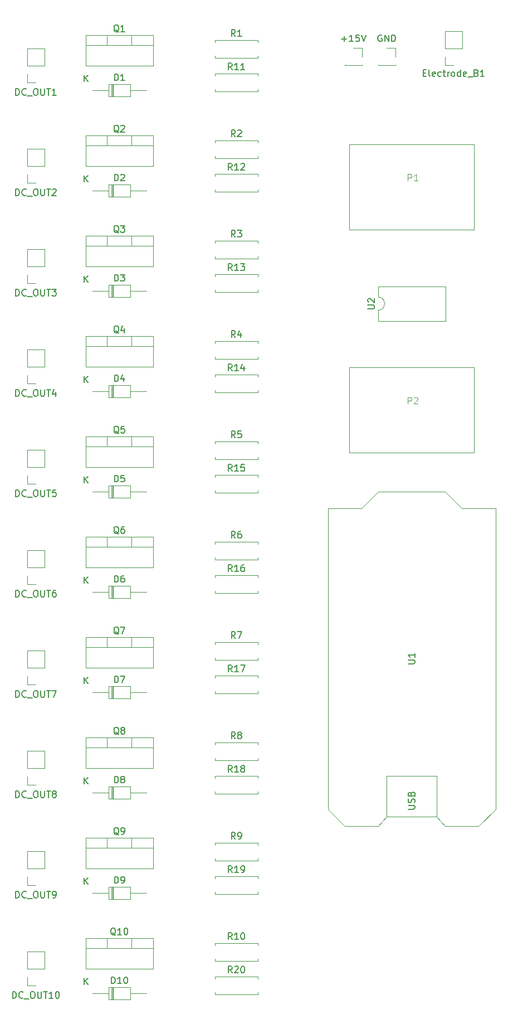
<source format=gbr>
%TF.GenerationSoftware,KiCad,Pcbnew,7.0.8*%
%TF.CreationDate,2023-11-12T19:05:12-08:00*%
%TF.ProjectId,Synthwave v2,53796e74-6877-4617-9665-2076322e6b69,rev?*%
%TF.SameCoordinates,Original*%
%TF.FileFunction,Legend,Top*%
%TF.FilePolarity,Positive*%
%FSLAX46Y46*%
G04 Gerber Fmt 4.6, Leading zero omitted, Abs format (unit mm)*
G04 Created by KiCad (PCBNEW 7.0.8) date 2023-11-12 19:05:12*
%MOMM*%
%LPD*%
G01*
G04 APERTURE LIST*
%ADD10C,0.150000*%
%ADD11C,0.100000*%
%ADD12C,0.120000*%
G04 APERTURE END LIST*
D10*
X32281905Y-23934819D02*
X32281905Y-22934819D01*
X32281905Y-22934819D02*
X32520000Y-22934819D01*
X32520000Y-22934819D02*
X32662857Y-22982438D01*
X32662857Y-22982438D02*
X32758095Y-23077676D01*
X32758095Y-23077676D02*
X32805714Y-23172914D01*
X32805714Y-23172914D02*
X32853333Y-23363390D01*
X32853333Y-23363390D02*
X32853333Y-23506247D01*
X32853333Y-23506247D02*
X32805714Y-23696723D01*
X32805714Y-23696723D02*
X32758095Y-23791961D01*
X32758095Y-23791961D02*
X32662857Y-23887200D01*
X32662857Y-23887200D02*
X32520000Y-23934819D01*
X32520000Y-23934819D02*
X32281905Y-23934819D01*
X33805714Y-23934819D02*
X33234286Y-23934819D01*
X33520000Y-23934819D02*
X33520000Y-22934819D01*
X33520000Y-22934819D02*
X33424762Y-23077676D01*
X33424762Y-23077676D02*
X33329524Y-23172914D01*
X33329524Y-23172914D02*
X33234286Y-23220533D01*
X27678095Y-24104819D02*
X27678095Y-23104819D01*
X28249523Y-24104819D02*
X27820952Y-23533390D01*
X28249523Y-23104819D02*
X27678095Y-23676247D01*
X72898095Y-17052438D02*
X72802857Y-17004819D01*
X72802857Y-17004819D02*
X72660000Y-17004819D01*
X72660000Y-17004819D02*
X72517143Y-17052438D01*
X72517143Y-17052438D02*
X72421905Y-17147676D01*
X72421905Y-17147676D02*
X72374286Y-17242914D01*
X72374286Y-17242914D02*
X72326667Y-17433390D01*
X72326667Y-17433390D02*
X72326667Y-17576247D01*
X72326667Y-17576247D02*
X72374286Y-17766723D01*
X72374286Y-17766723D02*
X72421905Y-17861961D01*
X72421905Y-17861961D02*
X72517143Y-17957200D01*
X72517143Y-17957200D02*
X72660000Y-18004819D01*
X72660000Y-18004819D02*
X72755238Y-18004819D01*
X72755238Y-18004819D02*
X72898095Y-17957200D01*
X72898095Y-17957200D02*
X72945714Y-17909580D01*
X72945714Y-17909580D02*
X72945714Y-17576247D01*
X72945714Y-17576247D02*
X72755238Y-17576247D01*
X73374286Y-18004819D02*
X73374286Y-17004819D01*
X73374286Y-17004819D02*
X73945714Y-18004819D01*
X73945714Y-18004819D02*
X73945714Y-17004819D01*
X74421905Y-18004819D02*
X74421905Y-17004819D01*
X74421905Y-17004819D02*
X74660000Y-17004819D01*
X74660000Y-17004819D02*
X74802857Y-17052438D01*
X74802857Y-17052438D02*
X74898095Y-17147676D01*
X74898095Y-17147676D02*
X74945714Y-17242914D01*
X74945714Y-17242914D02*
X74993333Y-17433390D01*
X74993333Y-17433390D02*
X74993333Y-17576247D01*
X74993333Y-17576247D02*
X74945714Y-17766723D01*
X74945714Y-17766723D02*
X74898095Y-17861961D01*
X74898095Y-17861961D02*
X74802857Y-17957200D01*
X74802857Y-17957200D02*
X74660000Y-18004819D01*
X74660000Y-18004819D02*
X74421905Y-18004819D01*
X32924761Y-16600057D02*
X32829523Y-16552438D01*
X32829523Y-16552438D02*
X32734285Y-16457200D01*
X32734285Y-16457200D02*
X32591428Y-16314342D01*
X32591428Y-16314342D02*
X32496190Y-16266723D01*
X32496190Y-16266723D02*
X32400952Y-16266723D01*
X32448571Y-16504819D02*
X32353333Y-16457200D01*
X32353333Y-16457200D02*
X32258095Y-16361961D01*
X32258095Y-16361961D02*
X32210476Y-16171485D01*
X32210476Y-16171485D02*
X32210476Y-15838152D01*
X32210476Y-15838152D02*
X32258095Y-15647676D01*
X32258095Y-15647676D02*
X32353333Y-15552438D01*
X32353333Y-15552438D02*
X32448571Y-15504819D01*
X32448571Y-15504819D02*
X32639047Y-15504819D01*
X32639047Y-15504819D02*
X32734285Y-15552438D01*
X32734285Y-15552438D02*
X32829523Y-15647676D01*
X32829523Y-15647676D02*
X32877142Y-15838152D01*
X32877142Y-15838152D02*
X32877142Y-16171485D01*
X32877142Y-16171485D02*
X32829523Y-16361961D01*
X32829523Y-16361961D02*
X32734285Y-16457200D01*
X32734285Y-16457200D02*
X32639047Y-16504819D01*
X32639047Y-16504819D02*
X32448571Y-16504819D01*
X33829523Y-16504819D02*
X33258095Y-16504819D01*
X33543809Y-16504819D02*
X33543809Y-15504819D01*
X33543809Y-15504819D02*
X33448571Y-15647676D01*
X33448571Y-15647676D02*
X33353333Y-15742914D01*
X33353333Y-15742914D02*
X33258095Y-15790533D01*
X17272381Y-41399819D02*
X17272381Y-40399819D01*
X17272381Y-40399819D02*
X17510476Y-40399819D01*
X17510476Y-40399819D02*
X17653333Y-40447438D01*
X17653333Y-40447438D02*
X17748571Y-40542676D01*
X17748571Y-40542676D02*
X17796190Y-40637914D01*
X17796190Y-40637914D02*
X17843809Y-40828390D01*
X17843809Y-40828390D02*
X17843809Y-40971247D01*
X17843809Y-40971247D02*
X17796190Y-41161723D01*
X17796190Y-41161723D02*
X17748571Y-41256961D01*
X17748571Y-41256961D02*
X17653333Y-41352200D01*
X17653333Y-41352200D02*
X17510476Y-41399819D01*
X17510476Y-41399819D02*
X17272381Y-41399819D01*
X18843809Y-41304580D02*
X18796190Y-41352200D01*
X18796190Y-41352200D02*
X18653333Y-41399819D01*
X18653333Y-41399819D02*
X18558095Y-41399819D01*
X18558095Y-41399819D02*
X18415238Y-41352200D01*
X18415238Y-41352200D02*
X18320000Y-41256961D01*
X18320000Y-41256961D02*
X18272381Y-41161723D01*
X18272381Y-41161723D02*
X18224762Y-40971247D01*
X18224762Y-40971247D02*
X18224762Y-40828390D01*
X18224762Y-40828390D02*
X18272381Y-40637914D01*
X18272381Y-40637914D02*
X18320000Y-40542676D01*
X18320000Y-40542676D02*
X18415238Y-40447438D01*
X18415238Y-40447438D02*
X18558095Y-40399819D01*
X18558095Y-40399819D02*
X18653333Y-40399819D01*
X18653333Y-40399819D02*
X18796190Y-40447438D01*
X18796190Y-40447438D02*
X18843809Y-40495057D01*
X19034286Y-41495057D02*
X19796190Y-41495057D01*
X20224762Y-40399819D02*
X20415238Y-40399819D01*
X20415238Y-40399819D02*
X20510476Y-40447438D01*
X20510476Y-40447438D02*
X20605714Y-40542676D01*
X20605714Y-40542676D02*
X20653333Y-40733152D01*
X20653333Y-40733152D02*
X20653333Y-41066485D01*
X20653333Y-41066485D02*
X20605714Y-41256961D01*
X20605714Y-41256961D02*
X20510476Y-41352200D01*
X20510476Y-41352200D02*
X20415238Y-41399819D01*
X20415238Y-41399819D02*
X20224762Y-41399819D01*
X20224762Y-41399819D02*
X20129524Y-41352200D01*
X20129524Y-41352200D02*
X20034286Y-41256961D01*
X20034286Y-41256961D02*
X19986667Y-41066485D01*
X19986667Y-41066485D02*
X19986667Y-40733152D01*
X19986667Y-40733152D02*
X20034286Y-40542676D01*
X20034286Y-40542676D02*
X20129524Y-40447438D01*
X20129524Y-40447438D02*
X20224762Y-40399819D01*
X21081905Y-40399819D02*
X21081905Y-41209342D01*
X21081905Y-41209342D02*
X21129524Y-41304580D01*
X21129524Y-41304580D02*
X21177143Y-41352200D01*
X21177143Y-41352200D02*
X21272381Y-41399819D01*
X21272381Y-41399819D02*
X21462857Y-41399819D01*
X21462857Y-41399819D02*
X21558095Y-41352200D01*
X21558095Y-41352200D02*
X21605714Y-41304580D01*
X21605714Y-41304580D02*
X21653333Y-41209342D01*
X21653333Y-41209342D02*
X21653333Y-40399819D01*
X21986667Y-40399819D02*
X22558095Y-40399819D01*
X22272381Y-41399819D02*
X22272381Y-40399819D01*
X22843810Y-40495057D02*
X22891429Y-40447438D01*
X22891429Y-40447438D02*
X22986667Y-40399819D01*
X22986667Y-40399819D02*
X23224762Y-40399819D01*
X23224762Y-40399819D02*
X23320000Y-40447438D01*
X23320000Y-40447438D02*
X23367619Y-40495057D01*
X23367619Y-40495057D02*
X23415238Y-40590295D01*
X23415238Y-40590295D02*
X23415238Y-40685533D01*
X23415238Y-40685533D02*
X23367619Y-40828390D01*
X23367619Y-40828390D02*
X22796191Y-41399819D01*
X22796191Y-41399819D02*
X23415238Y-41399819D01*
X50633333Y-17229819D02*
X50300000Y-16753628D01*
X50061905Y-17229819D02*
X50061905Y-16229819D01*
X50061905Y-16229819D02*
X50442857Y-16229819D01*
X50442857Y-16229819D02*
X50538095Y-16277438D01*
X50538095Y-16277438D02*
X50585714Y-16325057D01*
X50585714Y-16325057D02*
X50633333Y-16420295D01*
X50633333Y-16420295D02*
X50633333Y-16563152D01*
X50633333Y-16563152D02*
X50585714Y-16658390D01*
X50585714Y-16658390D02*
X50538095Y-16706009D01*
X50538095Y-16706009D02*
X50442857Y-16753628D01*
X50442857Y-16753628D02*
X50061905Y-16753628D01*
X51585714Y-17229819D02*
X51014286Y-17229819D01*
X51300000Y-17229819D02*
X51300000Y-16229819D01*
X51300000Y-16229819D02*
X51204762Y-16372676D01*
X51204762Y-16372676D02*
X51109524Y-16467914D01*
X51109524Y-16467914D02*
X51014286Y-16515533D01*
X32281905Y-39174819D02*
X32281905Y-38174819D01*
X32281905Y-38174819D02*
X32520000Y-38174819D01*
X32520000Y-38174819D02*
X32662857Y-38222438D01*
X32662857Y-38222438D02*
X32758095Y-38317676D01*
X32758095Y-38317676D02*
X32805714Y-38412914D01*
X32805714Y-38412914D02*
X32853333Y-38603390D01*
X32853333Y-38603390D02*
X32853333Y-38746247D01*
X32853333Y-38746247D02*
X32805714Y-38936723D01*
X32805714Y-38936723D02*
X32758095Y-39031961D01*
X32758095Y-39031961D02*
X32662857Y-39127200D01*
X32662857Y-39127200D02*
X32520000Y-39174819D01*
X32520000Y-39174819D02*
X32281905Y-39174819D01*
X33234286Y-38270057D02*
X33281905Y-38222438D01*
X33281905Y-38222438D02*
X33377143Y-38174819D01*
X33377143Y-38174819D02*
X33615238Y-38174819D01*
X33615238Y-38174819D02*
X33710476Y-38222438D01*
X33710476Y-38222438D02*
X33758095Y-38270057D01*
X33758095Y-38270057D02*
X33805714Y-38365295D01*
X33805714Y-38365295D02*
X33805714Y-38460533D01*
X33805714Y-38460533D02*
X33758095Y-38603390D01*
X33758095Y-38603390D02*
X33186667Y-39174819D01*
X33186667Y-39174819D02*
X33805714Y-39174819D01*
X27678095Y-39344819D02*
X27678095Y-38344819D01*
X28249523Y-39344819D02*
X27820952Y-38773390D01*
X28249523Y-38344819D02*
X27678095Y-38916247D01*
X50157142Y-37549819D02*
X49823809Y-37073628D01*
X49585714Y-37549819D02*
X49585714Y-36549819D01*
X49585714Y-36549819D02*
X49966666Y-36549819D01*
X49966666Y-36549819D02*
X50061904Y-36597438D01*
X50061904Y-36597438D02*
X50109523Y-36645057D01*
X50109523Y-36645057D02*
X50157142Y-36740295D01*
X50157142Y-36740295D02*
X50157142Y-36883152D01*
X50157142Y-36883152D02*
X50109523Y-36978390D01*
X50109523Y-36978390D02*
X50061904Y-37026009D01*
X50061904Y-37026009D02*
X49966666Y-37073628D01*
X49966666Y-37073628D02*
X49585714Y-37073628D01*
X51109523Y-37549819D02*
X50538095Y-37549819D01*
X50823809Y-37549819D02*
X50823809Y-36549819D01*
X50823809Y-36549819D02*
X50728571Y-36692676D01*
X50728571Y-36692676D02*
X50633333Y-36787914D01*
X50633333Y-36787914D02*
X50538095Y-36835533D01*
X51490476Y-36645057D02*
X51538095Y-36597438D01*
X51538095Y-36597438D02*
X51633333Y-36549819D01*
X51633333Y-36549819D02*
X51871428Y-36549819D01*
X51871428Y-36549819D02*
X51966666Y-36597438D01*
X51966666Y-36597438D02*
X52014285Y-36645057D01*
X52014285Y-36645057D02*
X52061904Y-36740295D01*
X52061904Y-36740295D02*
X52061904Y-36835533D01*
X52061904Y-36835533D02*
X52014285Y-36978390D01*
X52014285Y-36978390D02*
X51442857Y-37549819D01*
X51442857Y-37549819D02*
X52061904Y-37549819D01*
X17272381Y-117599819D02*
X17272381Y-116599819D01*
X17272381Y-116599819D02*
X17510476Y-116599819D01*
X17510476Y-116599819D02*
X17653333Y-116647438D01*
X17653333Y-116647438D02*
X17748571Y-116742676D01*
X17748571Y-116742676D02*
X17796190Y-116837914D01*
X17796190Y-116837914D02*
X17843809Y-117028390D01*
X17843809Y-117028390D02*
X17843809Y-117171247D01*
X17843809Y-117171247D02*
X17796190Y-117361723D01*
X17796190Y-117361723D02*
X17748571Y-117456961D01*
X17748571Y-117456961D02*
X17653333Y-117552200D01*
X17653333Y-117552200D02*
X17510476Y-117599819D01*
X17510476Y-117599819D02*
X17272381Y-117599819D01*
X18843809Y-117504580D02*
X18796190Y-117552200D01*
X18796190Y-117552200D02*
X18653333Y-117599819D01*
X18653333Y-117599819D02*
X18558095Y-117599819D01*
X18558095Y-117599819D02*
X18415238Y-117552200D01*
X18415238Y-117552200D02*
X18320000Y-117456961D01*
X18320000Y-117456961D02*
X18272381Y-117361723D01*
X18272381Y-117361723D02*
X18224762Y-117171247D01*
X18224762Y-117171247D02*
X18224762Y-117028390D01*
X18224762Y-117028390D02*
X18272381Y-116837914D01*
X18272381Y-116837914D02*
X18320000Y-116742676D01*
X18320000Y-116742676D02*
X18415238Y-116647438D01*
X18415238Y-116647438D02*
X18558095Y-116599819D01*
X18558095Y-116599819D02*
X18653333Y-116599819D01*
X18653333Y-116599819D02*
X18796190Y-116647438D01*
X18796190Y-116647438D02*
X18843809Y-116695057D01*
X19034286Y-117695057D02*
X19796190Y-117695057D01*
X20224762Y-116599819D02*
X20415238Y-116599819D01*
X20415238Y-116599819D02*
X20510476Y-116647438D01*
X20510476Y-116647438D02*
X20605714Y-116742676D01*
X20605714Y-116742676D02*
X20653333Y-116933152D01*
X20653333Y-116933152D02*
X20653333Y-117266485D01*
X20653333Y-117266485D02*
X20605714Y-117456961D01*
X20605714Y-117456961D02*
X20510476Y-117552200D01*
X20510476Y-117552200D02*
X20415238Y-117599819D01*
X20415238Y-117599819D02*
X20224762Y-117599819D01*
X20224762Y-117599819D02*
X20129524Y-117552200D01*
X20129524Y-117552200D02*
X20034286Y-117456961D01*
X20034286Y-117456961D02*
X19986667Y-117266485D01*
X19986667Y-117266485D02*
X19986667Y-116933152D01*
X19986667Y-116933152D02*
X20034286Y-116742676D01*
X20034286Y-116742676D02*
X20129524Y-116647438D01*
X20129524Y-116647438D02*
X20224762Y-116599819D01*
X21081905Y-116599819D02*
X21081905Y-117409342D01*
X21081905Y-117409342D02*
X21129524Y-117504580D01*
X21129524Y-117504580D02*
X21177143Y-117552200D01*
X21177143Y-117552200D02*
X21272381Y-117599819D01*
X21272381Y-117599819D02*
X21462857Y-117599819D01*
X21462857Y-117599819D02*
X21558095Y-117552200D01*
X21558095Y-117552200D02*
X21605714Y-117504580D01*
X21605714Y-117504580D02*
X21653333Y-117409342D01*
X21653333Y-117409342D02*
X21653333Y-116599819D01*
X21986667Y-116599819D02*
X22558095Y-116599819D01*
X22272381Y-117599819D02*
X22272381Y-116599819D01*
X22796191Y-116599819D02*
X23462857Y-116599819D01*
X23462857Y-116599819D02*
X23034286Y-117599819D01*
X50157142Y-83269819D02*
X49823809Y-82793628D01*
X49585714Y-83269819D02*
X49585714Y-82269819D01*
X49585714Y-82269819D02*
X49966666Y-82269819D01*
X49966666Y-82269819D02*
X50061904Y-82317438D01*
X50061904Y-82317438D02*
X50109523Y-82365057D01*
X50109523Y-82365057D02*
X50157142Y-82460295D01*
X50157142Y-82460295D02*
X50157142Y-82603152D01*
X50157142Y-82603152D02*
X50109523Y-82698390D01*
X50109523Y-82698390D02*
X50061904Y-82746009D01*
X50061904Y-82746009D02*
X49966666Y-82793628D01*
X49966666Y-82793628D02*
X49585714Y-82793628D01*
X51109523Y-83269819D02*
X50538095Y-83269819D01*
X50823809Y-83269819D02*
X50823809Y-82269819D01*
X50823809Y-82269819D02*
X50728571Y-82412676D01*
X50728571Y-82412676D02*
X50633333Y-82507914D01*
X50633333Y-82507914D02*
X50538095Y-82555533D01*
X52014285Y-82269819D02*
X51538095Y-82269819D01*
X51538095Y-82269819D02*
X51490476Y-82746009D01*
X51490476Y-82746009D02*
X51538095Y-82698390D01*
X51538095Y-82698390D02*
X51633333Y-82650771D01*
X51633333Y-82650771D02*
X51871428Y-82650771D01*
X51871428Y-82650771D02*
X51966666Y-82698390D01*
X51966666Y-82698390D02*
X52014285Y-82746009D01*
X52014285Y-82746009D02*
X52061904Y-82841247D01*
X52061904Y-82841247D02*
X52061904Y-83079342D01*
X52061904Y-83079342D02*
X52014285Y-83174580D01*
X52014285Y-83174580D02*
X51966666Y-83222200D01*
X51966666Y-83222200D02*
X51871428Y-83269819D01*
X51871428Y-83269819D02*
X51633333Y-83269819D01*
X51633333Y-83269819D02*
X51538095Y-83222200D01*
X51538095Y-83222200D02*
X51490476Y-83174580D01*
D11*
X76851905Y-73047419D02*
X76851905Y-72047419D01*
X76851905Y-72047419D02*
X77232857Y-72047419D01*
X77232857Y-72047419D02*
X77328095Y-72095038D01*
X77328095Y-72095038D02*
X77375714Y-72142657D01*
X77375714Y-72142657D02*
X77423333Y-72237895D01*
X77423333Y-72237895D02*
X77423333Y-72380752D01*
X77423333Y-72380752D02*
X77375714Y-72475990D01*
X77375714Y-72475990D02*
X77328095Y-72523609D01*
X77328095Y-72523609D02*
X77232857Y-72571228D01*
X77232857Y-72571228D02*
X76851905Y-72571228D01*
X77804286Y-72142657D02*
X77851905Y-72095038D01*
X77851905Y-72095038D02*
X77947143Y-72047419D01*
X77947143Y-72047419D02*
X78185238Y-72047419D01*
X78185238Y-72047419D02*
X78280476Y-72095038D01*
X78280476Y-72095038D02*
X78328095Y-72142657D01*
X78328095Y-72142657D02*
X78375714Y-72237895D01*
X78375714Y-72237895D02*
X78375714Y-72333133D01*
X78375714Y-72333133D02*
X78328095Y-72475990D01*
X78328095Y-72475990D02*
X77756667Y-73047419D01*
X77756667Y-73047419D02*
X78375714Y-73047419D01*
D10*
X50157142Y-52789819D02*
X49823809Y-52313628D01*
X49585714Y-52789819D02*
X49585714Y-51789819D01*
X49585714Y-51789819D02*
X49966666Y-51789819D01*
X49966666Y-51789819D02*
X50061904Y-51837438D01*
X50061904Y-51837438D02*
X50109523Y-51885057D01*
X50109523Y-51885057D02*
X50157142Y-51980295D01*
X50157142Y-51980295D02*
X50157142Y-52123152D01*
X50157142Y-52123152D02*
X50109523Y-52218390D01*
X50109523Y-52218390D02*
X50061904Y-52266009D01*
X50061904Y-52266009D02*
X49966666Y-52313628D01*
X49966666Y-52313628D02*
X49585714Y-52313628D01*
X51109523Y-52789819D02*
X50538095Y-52789819D01*
X50823809Y-52789819D02*
X50823809Y-51789819D01*
X50823809Y-51789819D02*
X50728571Y-51932676D01*
X50728571Y-51932676D02*
X50633333Y-52027914D01*
X50633333Y-52027914D02*
X50538095Y-52075533D01*
X51442857Y-51789819D02*
X52061904Y-51789819D01*
X52061904Y-51789819D02*
X51728571Y-52170771D01*
X51728571Y-52170771D02*
X51871428Y-52170771D01*
X51871428Y-52170771D02*
X51966666Y-52218390D01*
X51966666Y-52218390D02*
X52014285Y-52266009D01*
X52014285Y-52266009D02*
X52061904Y-52361247D01*
X52061904Y-52361247D02*
X52061904Y-52599342D01*
X52061904Y-52599342D02*
X52014285Y-52694580D01*
X52014285Y-52694580D02*
X51966666Y-52742200D01*
X51966666Y-52742200D02*
X51871428Y-52789819D01*
X51871428Y-52789819D02*
X51585714Y-52789819D01*
X51585714Y-52789819D02*
X51490476Y-52742200D01*
X51490476Y-52742200D02*
X51442857Y-52694580D01*
X32281905Y-69654819D02*
X32281905Y-68654819D01*
X32281905Y-68654819D02*
X32520000Y-68654819D01*
X32520000Y-68654819D02*
X32662857Y-68702438D01*
X32662857Y-68702438D02*
X32758095Y-68797676D01*
X32758095Y-68797676D02*
X32805714Y-68892914D01*
X32805714Y-68892914D02*
X32853333Y-69083390D01*
X32853333Y-69083390D02*
X32853333Y-69226247D01*
X32853333Y-69226247D02*
X32805714Y-69416723D01*
X32805714Y-69416723D02*
X32758095Y-69511961D01*
X32758095Y-69511961D02*
X32662857Y-69607200D01*
X32662857Y-69607200D02*
X32520000Y-69654819D01*
X32520000Y-69654819D02*
X32281905Y-69654819D01*
X33710476Y-68988152D02*
X33710476Y-69654819D01*
X33472381Y-68607200D02*
X33234286Y-69321485D01*
X33234286Y-69321485D02*
X33853333Y-69321485D01*
X27678095Y-69824819D02*
X27678095Y-68824819D01*
X28249523Y-69824819D02*
X27820952Y-69253390D01*
X28249523Y-68824819D02*
X27678095Y-69396247D01*
X50633333Y-108669819D02*
X50300000Y-108193628D01*
X50061905Y-108669819D02*
X50061905Y-107669819D01*
X50061905Y-107669819D02*
X50442857Y-107669819D01*
X50442857Y-107669819D02*
X50538095Y-107717438D01*
X50538095Y-107717438D02*
X50585714Y-107765057D01*
X50585714Y-107765057D02*
X50633333Y-107860295D01*
X50633333Y-107860295D02*
X50633333Y-108003152D01*
X50633333Y-108003152D02*
X50585714Y-108098390D01*
X50585714Y-108098390D02*
X50538095Y-108146009D01*
X50538095Y-108146009D02*
X50442857Y-108193628D01*
X50442857Y-108193628D02*
X50061905Y-108193628D01*
X50966667Y-107669819D02*
X51633333Y-107669819D01*
X51633333Y-107669819D02*
X51204762Y-108669819D01*
X50633333Y-123909819D02*
X50300000Y-123433628D01*
X50061905Y-123909819D02*
X50061905Y-122909819D01*
X50061905Y-122909819D02*
X50442857Y-122909819D01*
X50442857Y-122909819D02*
X50538095Y-122957438D01*
X50538095Y-122957438D02*
X50585714Y-123005057D01*
X50585714Y-123005057D02*
X50633333Y-123100295D01*
X50633333Y-123100295D02*
X50633333Y-123243152D01*
X50633333Y-123243152D02*
X50585714Y-123338390D01*
X50585714Y-123338390D02*
X50538095Y-123386009D01*
X50538095Y-123386009D02*
X50442857Y-123433628D01*
X50442857Y-123433628D02*
X50061905Y-123433628D01*
X51204762Y-123338390D02*
X51109524Y-123290771D01*
X51109524Y-123290771D02*
X51061905Y-123243152D01*
X51061905Y-123243152D02*
X51014286Y-123147914D01*
X51014286Y-123147914D02*
X51014286Y-123100295D01*
X51014286Y-123100295D02*
X51061905Y-123005057D01*
X51061905Y-123005057D02*
X51109524Y-122957438D01*
X51109524Y-122957438D02*
X51204762Y-122909819D01*
X51204762Y-122909819D02*
X51395238Y-122909819D01*
X51395238Y-122909819D02*
X51490476Y-122957438D01*
X51490476Y-122957438D02*
X51538095Y-123005057D01*
X51538095Y-123005057D02*
X51585714Y-123100295D01*
X51585714Y-123100295D02*
X51585714Y-123147914D01*
X51585714Y-123147914D02*
X51538095Y-123243152D01*
X51538095Y-123243152D02*
X51490476Y-123290771D01*
X51490476Y-123290771D02*
X51395238Y-123338390D01*
X51395238Y-123338390D02*
X51204762Y-123338390D01*
X51204762Y-123338390D02*
X51109524Y-123386009D01*
X51109524Y-123386009D02*
X51061905Y-123433628D01*
X51061905Y-123433628D02*
X51014286Y-123528866D01*
X51014286Y-123528866D02*
X51014286Y-123719342D01*
X51014286Y-123719342D02*
X51061905Y-123814580D01*
X51061905Y-123814580D02*
X51109524Y-123862200D01*
X51109524Y-123862200D02*
X51204762Y-123909819D01*
X51204762Y-123909819D02*
X51395238Y-123909819D01*
X51395238Y-123909819D02*
X51490476Y-123862200D01*
X51490476Y-123862200D02*
X51538095Y-123814580D01*
X51538095Y-123814580D02*
X51585714Y-123719342D01*
X51585714Y-123719342D02*
X51585714Y-123528866D01*
X51585714Y-123528866D02*
X51538095Y-123433628D01*
X51538095Y-123433628D02*
X51490476Y-123386009D01*
X51490476Y-123386009D02*
X51395238Y-123338390D01*
X50157142Y-159469819D02*
X49823809Y-158993628D01*
X49585714Y-159469819D02*
X49585714Y-158469819D01*
X49585714Y-158469819D02*
X49966666Y-158469819D01*
X49966666Y-158469819D02*
X50061904Y-158517438D01*
X50061904Y-158517438D02*
X50109523Y-158565057D01*
X50109523Y-158565057D02*
X50157142Y-158660295D01*
X50157142Y-158660295D02*
X50157142Y-158803152D01*
X50157142Y-158803152D02*
X50109523Y-158898390D01*
X50109523Y-158898390D02*
X50061904Y-158946009D01*
X50061904Y-158946009D02*
X49966666Y-158993628D01*
X49966666Y-158993628D02*
X49585714Y-158993628D01*
X50538095Y-158565057D02*
X50585714Y-158517438D01*
X50585714Y-158517438D02*
X50680952Y-158469819D01*
X50680952Y-158469819D02*
X50919047Y-158469819D01*
X50919047Y-158469819D02*
X51014285Y-158517438D01*
X51014285Y-158517438D02*
X51061904Y-158565057D01*
X51061904Y-158565057D02*
X51109523Y-158660295D01*
X51109523Y-158660295D02*
X51109523Y-158755533D01*
X51109523Y-158755533D02*
X51061904Y-158898390D01*
X51061904Y-158898390D02*
X50490476Y-159469819D01*
X50490476Y-159469819D02*
X51109523Y-159469819D01*
X51728571Y-158469819D02*
X51823809Y-158469819D01*
X51823809Y-158469819D02*
X51919047Y-158517438D01*
X51919047Y-158517438D02*
X51966666Y-158565057D01*
X51966666Y-158565057D02*
X52014285Y-158660295D01*
X52014285Y-158660295D02*
X52061904Y-158850771D01*
X52061904Y-158850771D02*
X52061904Y-159088866D01*
X52061904Y-159088866D02*
X52014285Y-159279342D01*
X52014285Y-159279342D02*
X51966666Y-159374580D01*
X51966666Y-159374580D02*
X51919047Y-159422200D01*
X51919047Y-159422200D02*
X51823809Y-159469819D01*
X51823809Y-159469819D02*
X51728571Y-159469819D01*
X51728571Y-159469819D02*
X51633333Y-159422200D01*
X51633333Y-159422200D02*
X51585714Y-159374580D01*
X51585714Y-159374580D02*
X51538095Y-159279342D01*
X51538095Y-159279342D02*
X51490476Y-159088866D01*
X51490476Y-159088866D02*
X51490476Y-158850771D01*
X51490476Y-158850771D02*
X51538095Y-158660295D01*
X51538095Y-158660295D02*
X51585714Y-158565057D01*
X51585714Y-158565057D02*
X51633333Y-158517438D01*
X51633333Y-158517438D02*
X51728571Y-158469819D01*
X79200951Y-22791009D02*
X79534284Y-22791009D01*
X79677141Y-23314819D02*
X79200951Y-23314819D01*
X79200951Y-23314819D02*
X79200951Y-22314819D01*
X79200951Y-22314819D02*
X79677141Y-22314819D01*
X80248570Y-23314819D02*
X80153332Y-23267200D01*
X80153332Y-23267200D02*
X80105713Y-23171961D01*
X80105713Y-23171961D02*
X80105713Y-22314819D01*
X81010475Y-23267200D02*
X80915237Y-23314819D01*
X80915237Y-23314819D02*
X80724761Y-23314819D01*
X80724761Y-23314819D02*
X80629523Y-23267200D01*
X80629523Y-23267200D02*
X80581904Y-23171961D01*
X80581904Y-23171961D02*
X80581904Y-22791009D01*
X80581904Y-22791009D02*
X80629523Y-22695771D01*
X80629523Y-22695771D02*
X80724761Y-22648152D01*
X80724761Y-22648152D02*
X80915237Y-22648152D01*
X80915237Y-22648152D02*
X81010475Y-22695771D01*
X81010475Y-22695771D02*
X81058094Y-22791009D01*
X81058094Y-22791009D02*
X81058094Y-22886247D01*
X81058094Y-22886247D02*
X80581904Y-22981485D01*
X81915237Y-23267200D02*
X81819999Y-23314819D01*
X81819999Y-23314819D02*
X81629523Y-23314819D01*
X81629523Y-23314819D02*
X81534285Y-23267200D01*
X81534285Y-23267200D02*
X81486666Y-23219580D01*
X81486666Y-23219580D02*
X81439047Y-23124342D01*
X81439047Y-23124342D02*
X81439047Y-22838628D01*
X81439047Y-22838628D02*
X81486666Y-22743390D01*
X81486666Y-22743390D02*
X81534285Y-22695771D01*
X81534285Y-22695771D02*
X81629523Y-22648152D01*
X81629523Y-22648152D02*
X81819999Y-22648152D01*
X81819999Y-22648152D02*
X81915237Y-22695771D01*
X82200952Y-22648152D02*
X82581904Y-22648152D01*
X82343809Y-22314819D02*
X82343809Y-23171961D01*
X82343809Y-23171961D02*
X82391428Y-23267200D01*
X82391428Y-23267200D02*
X82486666Y-23314819D01*
X82486666Y-23314819D02*
X82581904Y-23314819D01*
X82915238Y-23314819D02*
X82915238Y-22648152D01*
X82915238Y-22838628D02*
X82962857Y-22743390D01*
X82962857Y-22743390D02*
X83010476Y-22695771D01*
X83010476Y-22695771D02*
X83105714Y-22648152D01*
X83105714Y-22648152D02*
X83200952Y-22648152D01*
X83677143Y-23314819D02*
X83581905Y-23267200D01*
X83581905Y-23267200D02*
X83534286Y-23219580D01*
X83534286Y-23219580D02*
X83486667Y-23124342D01*
X83486667Y-23124342D02*
X83486667Y-22838628D01*
X83486667Y-22838628D02*
X83534286Y-22743390D01*
X83534286Y-22743390D02*
X83581905Y-22695771D01*
X83581905Y-22695771D02*
X83677143Y-22648152D01*
X83677143Y-22648152D02*
X83820000Y-22648152D01*
X83820000Y-22648152D02*
X83915238Y-22695771D01*
X83915238Y-22695771D02*
X83962857Y-22743390D01*
X83962857Y-22743390D02*
X84010476Y-22838628D01*
X84010476Y-22838628D02*
X84010476Y-23124342D01*
X84010476Y-23124342D02*
X83962857Y-23219580D01*
X83962857Y-23219580D02*
X83915238Y-23267200D01*
X83915238Y-23267200D02*
X83820000Y-23314819D01*
X83820000Y-23314819D02*
X83677143Y-23314819D01*
X84867619Y-23314819D02*
X84867619Y-22314819D01*
X84867619Y-23267200D02*
X84772381Y-23314819D01*
X84772381Y-23314819D02*
X84581905Y-23314819D01*
X84581905Y-23314819D02*
X84486667Y-23267200D01*
X84486667Y-23267200D02*
X84439048Y-23219580D01*
X84439048Y-23219580D02*
X84391429Y-23124342D01*
X84391429Y-23124342D02*
X84391429Y-22838628D01*
X84391429Y-22838628D02*
X84439048Y-22743390D01*
X84439048Y-22743390D02*
X84486667Y-22695771D01*
X84486667Y-22695771D02*
X84581905Y-22648152D01*
X84581905Y-22648152D02*
X84772381Y-22648152D01*
X84772381Y-22648152D02*
X84867619Y-22695771D01*
X85724762Y-23267200D02*
X85629524Y-23314819D01*
X85629524Y-23314819D02*
X85439048Y-23314819D01*
X85439048Y-23314819D02*
X85343810Y-23267200D01*
X85343810Y-23267200D02*
X85296191Y-23171961D01*
X85296191Y-23171961D02*
X85296191Y-22791009D01*
X85296191Y-22791009D02*
X85343810Y-22695771D01*
X85343810Y-22695771D02*
X85439048Y-22648152D01*
X85439048Y-22648152D02*
X85629524Y-22648152D01*
X85629524Y-22648152D02*
X85724762Y-22695771D01*
X85724762Y-22695771D02*
X85772381Y-22791009D01*
X85772381Y-22791009D02*
X85772381Y-22886247D01*
X85772381Y-22886247D02*
X85296191Y-22981485D01*
X85962858Y-23410057D02*
X86724762Y-23410057D01*
X87296191Y-22791009D02*
X87439048Y-22838628D01*
X87439048Y-22838628D02*
X87486667Y-22886247D01*
X87486667Y-22886247D02*
X87534286Y-22981485D01*
X87534286Y-22981485D02*
X87534286Y-23124342D01*
X87534286Y-23124342D02*
X87486667Y-23219580D01*
X87486667Y-23219580D02*
X87439048Y-23267200D01*
X87439048Y-23267200D02*
X87343810Y-23314819D01*
X87343810Y-23314819D02*
X86962858Y-23314819D01*
X86962858Y-23314819D02*
X86962858Y-22314819D01*
X86962858Y-22314819D02*
X87296191Y-22314819D01*
X87296191Y-22314819D02*
X87391429Y-22362438D01*
X87391429Y-22362438D02*
X87439048Y-22410057D01*
X87439048Y-22410057D02*
X87486667Y-22505295D01*
X87486667Y-22505295D02*
X87486667Y-22600533D01*
X87486667Y-22600533D02*
X87439048Y-22695771D01*
X87439048Y-22695771D02*
X87391429Y-22743390D01*
X87391429Y-22743390D02*
X87296191Y-22791009D01*
X87296191Y-22791009D02*
X86962858Y-22791009D01*
X88486667Y-23314819D02*
X87915239Y-23314819D01*
X88200953Y-23314819D02*
X88200953Y-22314819D01*
X88200953Y-22314819D02*
X88105715Y-22457676D01*
X88105715Y-22457676D02*
X88010477Y-22552914D01*
X88010477Y-22552914D02*
X87915239Y-22600533D01*
X32924761Y-31840057D02*
X32829523Y-31792438D01*
X32829523Y-31792438D02*
X32734285Y-31697200D01*
X32734285Y-31697200D02*
X32591428Y-31554342D01*
X32591428Y-31554342D02*
X32496190Y-31506723D01*
X32496190Y-31506723D02*
X32400952Y-31506723D01*
X32448571Y-31744819D02*
X32353333Y-31697200D01*
X32353333Y-31697200D02*
X32258095Y-31601961D01*
X32258095Y-31601961D02*
X32210476Y-31411485D01*
X32210476Y-31411485D02*
X32210476Y-31078152D01*
X32210476Y-31078152D02*
X32258095Y-30887676D01*
X32258095Y-30887676D02*
X32353333Y-30792438D01*
X32353333Y-30792438D02*
X32448571Y-30744819D01*
X32448571Y-30744819D02*
X32639047Y-30744819D01*
X32639047Y-30744819D02*
X32734285Y-30792438D01*
X32734285Y-30792438D02*
X32829523Y-30887676D01*
X32829523Y-30887676D02*
X32877142Y-31078152D01*
X32877142Y-31078152D02*
X32877142Y-31411485D01*
X32877142Y-31411485D02*
X32829523Y-31601961D01*
X32829523Y-31601961D02*
X32734285Y-31697200D01*
X32734285Y-31697200D02*
X32639047Y-31744819D01*
X32639047Y-31744819D02*
X32448571Y-31744819D01*
X33258095Y-30840057D02*
X33305714Y-30792438D01*
X33305714Y-30792438D02*
X33400952Y-30744819D01*
X33400952Y-30744819D02*
X33639047Y-30744819D01*
X33639047Y-30744819D02*
X33734285Y-30792438D01*
X33734285Y-30792438D02*
X33781904Y-30840057D01*
X33781904Y-30840057D02*
X33829523Y-30935295D01*
X33829523Y-30935295D02*
X33829523Y-31030533D01*
X33829523Y-31030533D02*
X33781904Y-31173390D01*
X33781904Y-31173390D02*
X33210476Y-31744819D01*
X33210476Y-31744819D02*
X33829523Y-31744819D01*
X50633333Y-32469819D02*
X50300000Y-31993628D01*
X50061905Y-32469819D02*
X50061905Y-31469819D01*
X50061905Y-31469819D02*
X50442857Y-31469819D01*
X50442857Y-31469819D02*
X50538095Y-31517438D01*
X50538095Y-31517438D02*
X50585714Y-31565057D01*
X50585714Y-31565057D02*
X50633333Y-31660295D01*
X50633333Y-31660295D02*
X50633333Y-31803152D01*
X50633333Y-31803152D02*
X50585714Y-31898390D01*
X50585714Y-31898390D02*
X50538095Y-31946009D01*
X50538095Y-31946009D02*
X50442857Y-31993628D01*
X50442857Y-31993628D02*
X50061905Y-31993628D01*
X51014286Y-31565057D02*
X51061905Y-31517438D01*
X51061905Y-31517438D02*
X51157143Y-31469819D01*
X51157143Y-31469819D02*
X51395238Y-31469819D01*
X51395238Y-31469819D02*
X51490476Y-31517438D01*
X51490476Y-31517438D02*
X51538095Y-31565057D01*
X51538095Y-31565057D02*
X51585714Y-31660295D01*
X51585714Y-31660295D02*
X51585714Y-31755533D01*
X51585714Y-31755533D02*
X51538095Y-31898390D01*
X51538095Y-31898390D02*
X50966667Y-32469819D01*
X50966667Y-32469819D02*
X51585714Y-32469819D01*
X17272381Y-87119819D02*
X17272381Y-86119819D01*
X17272381Y-86119819D02*
X17510476Y-86119819D01*
X17510476Y-86119819D02*
X17653333Y-86167438D01*
X17653333Y-86167438D02*
X17748571Y-86262676D01*
X17748571Y-86262676D02*
X17796190Y-86357914D01*
X17796190Y-86357914D02*
X17843809Y-86548390D01*
X17843809Y-86548390D02*
X17843809Y-86691247D01*
X17843809Y-86691247D02*
X17796190Y-86881723D01*
X17796190Y-86881723D02*
X17748571Y-86976961D01*
X17748571Y-86976961D02*
X17653333Y-87072200D01*
X17653333Y-87072200D02*
X17510476Y-87119819D01*
X17510476Y-87119819D02*
X17272381Y-87119819D01*
X18843809Y-87024580D02*
X18796190Y-87072200D01*
X18796190Y-87072200D02*
X18653333Y-87119819D01*
X18653333Y-87119819D02*
X18558095Y-87119819D01*
X18558095Y-87119819D02*
X18415238Y-87072200D01*
X18415238Y-87072200D02*
X18320000Y-86976961D01*
X18320000Y-86976961D02*
X18272381Y-86881723D01*
X18272381Y-86881723D02*
X18224762Y-86691247D01*
X18224762Y-86691247D02*
X18224762Y-86548390D01*
X18224762Y-86548390D02*
X18272381Y-86357914D01*
X18272381Y-86357914D02*
X18320000Y-86262676D01*
X18320000Y-86262676D02*
X18415238Y-86167438D01*
X18415238Y-86167438D02*
X18558095Y-86119819D01*
X18558095Y-86119819D02*
X18653333Y-86119819D01*
X18653333Y-86119819D02*
X18796190Y-86167438D01*
X18796190Y-86167438D02*
X18843809Y-86215057D01*
X19034286Y-87215057D02*
X19796190Y-87215057D01*
X20224762Y-86119819D02*
X20415238Y-86119819D01*
X20415238Y-86119819D02*
X20510476Y-86167438D01*
X20510476Y-86167438D02*
X20605714Y-86262676D01*
X20605714Y-86262676D02*
X20653333Y-86453152D01*
X20653333Y-86453152D02*
X20653333Y-86786485D01*
X20653333Y-86786485D02*
X20605714Y-86976961D01*
X20605714Y-86976961D02*
X20510476Y-87072200D01*
X20510476Y-87072200D02*
X20415238Y-87119819D01*
X20415238Y-87119819D02*
X20224762Y-87119819D01*
X20224762Y-87119819D02*
X20129524Y-87072200D01*
X20129524Y-87072200D02*
X20034286Y-86976961D01*
X20034286Y-86976961D02*
X19986667Y-86786485D01*
X19986667Y-86786485D02*
X19986667Y-86453152D01*
X19986667Y-86453152D02*
X20034286Y-86262676D01*
X20034286Y-86262676D02*
X20129524Y-86167438D01*
X20129524Y-86167438D02*
X20224762Y-86119819D01*
X21081905Y-86119819D02*
X21081905Y-86929342D01*
X21081905Y-86929342D02*
X21129524Y-87024580D01*
X21129524Y-87024580D02*
X21177143Y-87072200D01*
X21177143Y-87072200D02*
X21272381Y-87119819D01*
X21272381Y-87119819D02*
X21462857Y-87119819D01*
X21462857Y-87119819D02*
X21558095Y-87072200D01*
X21558095Y-87072200D02*
X21605714Y-87024580D01*
X21605714Y-87024580D02*
X21653333Y-86929342D01*
X21653333Y-86929342D02*
X21653333Y-86119819D01*
X21986667Y-86119819D02*
X22558095Y-86119819D01*
X22272381Y-87119819D02*
X22272381Y-86119819D01*
X23367619Y-86119819D02*
X22891429Y-86119819D01*
X22891429Y-86119819D02*
X22843810Y-86596009D01*
X22843810Y-86596009D02*
X22891429Y-86548390D01*
X22891429Y-86548390D02*
X22986667Y-86500771D01*
X22986667Y-86500771D02*
X23224762Y-86500771D01*
X23224762Y-86500771D02*
X23320000Y-86548390D01*
X23320000Y-86548390D02*
X23367619Y-86596009D01*
X23367619Y-86596009D02*
X23415238Y-86691247D01*
X23415238Y-86691247D02*
X23415238Y-86929342D01*
X23415238Y-86929342D02*
X23367619Y-87024580D01*
X23367619Y-87024580D02*
X23320000Y-87072200D01*
X23320000Y-87072200D02*
X23224762Y-87119819D01*
X23224762Y-87119819D02*
X22986667Y-87119819D01*
X22986667Y-87119819D02*
X22891429Y-87072200D01*
X22891429Y-87072200D02*
X22843810Y-87024580D01*
X76924819Y-112521904D02*
X77734342Y-112521904D01*
X77734342Y-112521904D02*
X77829580Y-112474285D01*
X77829580Y-112474285D02*
X77877200Y-112426666D01*
X77877200Y-112426666D02*
X77924819Y-112331428D01*
X77924819Y-112331428D02*
X77924819Y-112140952D01*
X77924819Y-112140952D02*
X77877200Y-112045714D01*
X77877200Y-112045714D02*
X77829580Y-111998095D01*
X77829580Y-111998095D02*
X77734342Y-111950476D01*
X77734342Y-111950476D02*
X76924819Y-111950476D01*
X77924819Y-110950476D02*
X77924819Y-111521904D01*
X77924819Y-111236190D02*
X76924819Y-111236190D01*
X76924819Y-111236190D02*
X77067676Y-111331428D01*
X77067676Y-111331428D02*
X77162914Y-111426666D01*
X77162914Y-111426666D02*
X77210533Y-111521904D01*
X76924819Y-134611904D02*
X77734342Y-134611904D01*
X77734342Y-134611904D02*
X77829580Y-134564285D01*
X77829580Y-134564285D02*
X77877200Y-134516666D01*
X77877200Y-134516666D02*
X77924819Y-134421428D01*
X77924819Y-134421428D02*
X77924819Y-134230952D01*
X77924819Y-134230952D02*
X77877200Y-134135714D01*
X77877200Y-134135714D02*
X77829580Y-134088095D01*
X77829580Y-134088095D02*
X77734342Y-134040476D01*
X77734342Y-134040476D02*
X76924819Y-134040476D01*
X77877200Y-133611904D02*
X77924819Y-133469047D01*
X77924819Y-133469047D02*
X77924819Y-133230952D01*
X77924819Y-133230952D02*
X77877200Y-133135714D01*
X77877200Y-133135714D02*
X77829580Y-133088095D01*
X77829580Y-133088095D02*
X77734342Y-133040476D01*
X77734342Y-133040476D02*
X77639104Y-133040476D01*
X77639104Y-133040476D02*
X77543866Y-133088095D01*
X77543866Y-133088095D02*
X77496247Y-133135714D01*
X77496247Y-133135714D02*
X77448628Y-133230952D01*
X77448628Y-133230952D02*
X77401009Y-133421428D01*
X77401009Y-133421428D02*
X77353390Y-133516666D01*
X77353390Y-133516666D02*
X77305771Y-133564285D01*
X77305771Y-133564285D02*
X77210533Y-133611904D01*
X77210533Y-133611904D02*
X77115295Y-133611904D01*
X77115295Y-133611904D02*
X77020057Y-133564285D01*
X77020057Y-133564285D02*
X76972438Y-133516666D01*
X76972438Y-133516666D02*
X76924819Y-133421428D01*
X76924819Y-133421428D02*
X76924819Y-133183333D01*
X76924819Y-133183333D02*
X76972438Y-133040476D01*
X77401009Y-132278571D02*
X77448628Y-132135714D01*
X77448628Y-132135714D02*
X77496247Y-132088095D01*
X77496247Y-132088095D02*
X77591485Y-132040476D01*
X77591485Y-132040476D02*
X77734342Y-132040476D01*
X77734342Y-132040476D02*
X77829580Y-132088095D01*
X77829580Y-132088095D02*
X77877200Y-132135714D01*
X77877200Y-132135714D02*
X77924819Y-132230952D01*
X77924819Y-132230952D02*
X77924819Y-132611904D01*
X77924819Y-132611904D02*
X76924819Y-132611904D01*
X76924819Y-132611904D02*
X76924819Y-132278571D01*
X76924819Y-132278571D02*
X76972438Y-132183333D01*
X76972438Y-132183333D02*
X77020057Y-132135714D01*
X77020057Y-132135714D02*
X77115295Y-132088095D01*
X77115295Y-132088095D02*
X77210533Y-132088095D01*
X77210533Y-132088095D02*
X77305771Y-132135714D01*
X77305771Y-132135714D02*
X77353390Y-132183333D01*
X77353390Y-132183333D02*
X77401009Y-132278571D01*
X77401009Y-132278571D02*
X77401009Y-132611904D01*
X50157142Y-154389819D02*
X49823809Y-153913628D01*
X49585714Y-154389819D02*
X49585714Y-153389819D01*
X49585714Y-153389819D02*
X49966666Y-153389819D01*
X49966666Y-153389819D02*
X50061904Y-153437438D01*
X50061904Y-153437438D02*
X50109523Y-153485057D01*
X50109523Y-153485057D02*
X50157142Y-153580295D01*
X50157142Y-153580295D02*
X50157142Y-153723152D01*
X50157142Y-153723152D02*
X50109523Y-153818390D01*
X50109523Y-153818390D02*
X50061904Y-153866009D01*
X50061904Y-153866009D02*
X49966666Y-153913628D01*
X49966666Y-153913628D02*
X49585714Y-153913628D01*
X51109523Y-154389819D02*
X50538095Y-154389819D01*
X50823809Y-154389819D02*
X50823809Y-153389819D01*
X50823809Y-153389819D02*
X50728571Y-153532676D01*
X50728571Y-153532676D02*
X50633333Y-153627914D01*
X50633333Y-153627914D02*
X50538095Y-153675533D01*
X51728571Y-153389819D02*
X51823809Y-153389819D01*
X51823809Y-153389819D02*
X51919047Y-153437438D01*
X51919047Y-153437438D02*
X51966666Y-153485057D01*
X51966666Y-153485057D02*
X52014285Y-153580295D01*
X52014285Y-153580295D02*
X52061904Y-153770771D01*
X52061904Y-153770771D02*
X52061904Y-154008866D01*
X52061904Y-154008866D02*
X52014285Y-154199342D01*
X52014285Y-154199342D02*
X51966666Y-154294580D01*
X51966666Y-154294580D02*
X51919047Y-154342200D01*
X51919047Y-154342200D02*
X51823809Y-154389819D01*
X51823809Y-154389819D02*
X51728571Y-154389819D01*
X51728571Y-154389819D02*
X51633333Y-154342200D01*
X51633333Y-154342200D02*
X51585714Y-154294580D01*
X51585714Y-154294580D02*
X51538095Y-154199342D01*
X51538095Y-154199342D02*
X51490476Y-154008866D01*
X51490476Y-154008866D02*
X51490476Y-153770771D01*
X51490476Y-153770771D02*
X51538095Y-153580295D01*
X51538095Y-153580295D02*
X51585714Y-153485057D01*
X51585714Y-153485057D02*
X51633333Y-153437438D01*
X51633333Y-153437438D02*
X51728571Y-153389819D01*
X32924761Y-62320057D02*
X32829523Y-62272438D01*
X32829523Y-62272438D02*
X32734285Y-62177200D01*
X32734285Y-62177200D02*
X32591428Y-62034342D01*
X32591428Y-62034342D02*
X32496190Y-61986723D01*
X32496190Y-61986723D02*
X32400952Y-61986723D01*
X32448571Y-62224819D02*
X32353333Y-62177200D01*
X32353333Y-62177200D02*
X32258095Y-62081961D01*
X32258095Y-62081961D02*
X32210476Y-61891485D01*
X32210476Y-61891485D02*
X32210476Y-61558152D01*
X32210476Y-61558152D02*
X32258095Y-61367676D01*
X32258095Y-61367676D02*
X32353333Y-61272438D01*
X32353333Y-61272438D02*
X32448571Y-61224819D01*
X32448571Y-61224819D02*
X32639047Y-61224819D01*
X32639047Y-61224819D02*
X32734285Y-61272438D01*
X32734285Y-61272438D02*
X32829523Y-61367676D01*
X32829523Y-61367676D02*
X32877142Y-61558152D01*
X32877142Y-61558152D02*
X32877142Y-61891485D01*
X32877142Y-61891485D02*
X32829523Y-62081961D01*
X32829523Y-62081961D02*
X32734285Y-62177200D01*
X32734285Y-62177200D02*
X32639047Y-62224819D01*
X32639047Y-62224819D02*
X32448571Y-62224819D01*
X33734285Y-61558152D02*
X33734285Y-62224819D01*
X33496190Y-61177200D02*
X33258095Y-61891485D01*
X33258095Y-61891485D02*
X33877142Y-61891485D01*
X31805714Y-161094819D02*
X31805714Y-160094819D01*
X31805714Y-160094819D02*
X32043809Y-160094819D01*
X32043809Y-160094819D02*
X32186666Y-160142438D01*
X32186666Y-160142438D02*
X32281904Y-160237676D01*
X32281904Y-160237676D02*
X32329523Y-160332914D01*
X32329523Y-160332914D02*
X32377142Y-160523390D01*
X32377142Y-160523390D02*
X32377142Y-160666247D01*
X32377142Y-160666247D02*
X32329523Y-160856723D01*
X32329523Y-160856723D02*
X32281904Y-160951961D01*
X32281904Y-160951961D02*
X32186666Y-161047200D01*
X32186666Y-161047200D02*
X32043809Y-161094819D01*
X32043809Y-161094819D02*
X31805714Y-161094819D01*
X33329523Y-161094819D02*
X32758095Y-161094819D01*
X33043809Y-161094819D02*
X33043809Y-160094819D01*
X33043809Y-160094819D02*
X32948571Y-160237676D01*
X32948571Y-160237676D02*
X32853333Y-160332914D01*
X32853333Y-160332914D02*
X32758095Y-160380533D01*
X33948571Y-160094819D02*
X34043809Y-160094819D01*
X34043809Y-160094819D02*
X34139047Y-160142438D01*
X34139047Y-160142438D02*
X34186666Y-160190057D01*
X34186666Y-160190057D02*
X34234285Y-160285295D01*
X34234285Y-160285295D02*
X34281904Y-160475771D01*
X34281904Y-160475771D02*
X34281904Y-160713866D01*
X34281904Y-160713866D02*
X34234285Y-160904342D01*
X34234285Y-160904342D02*
X34186666Y-160999580D01*
X34186666Y-160999580D02*
X34139047Y-161047200D01*
X34139047Y-161047200D02*
X34043809Y-161094819D01*
X34043809Y-161094819D02*
X33948571Y-161094819D01*
X33948571Y-161094819D02*
X33853333Y-161047200D01*
X33853333Y-161047200D02*
X33805714Y-160999580D01*
X33805714Y-160999580D02*
X33758095Y-160904342D01*
X33758095Y-160904342D02*
X33710476Y-160713866D01*
X33710476Y-160713866D02*
X33710476Y-160475771D01*
X33710476Y-160475771D02*
X33758095Y-160285295D01*
X33758095Y-160285295D02*
X33805714Y-160190057D01*
X33805714Y-160190057D02*
X33853333Y-160142438D01*
X33853333Y-160142438D02*
X33948571Y-160094819D01*
X27678095Y-161264819D02*
X27678095Y-160264819D01*
X28249523Y-161264819D02*
X27820952Y-160693390D01*
X28249523Y-160264819D02*
X27678095Y-160836247D01*
X17272381Y-26159819D02*
X17272381Y-25159819D01*
X17272381Y-25159819D02*
X17510476Y-25159819D01*
X17510476Y-25159819D02*
X17653333Y-25207438D01*
X17653333Y-25207438D02*
X17748571Y-25302676D01*
X17748571Y-25302676D02*
X17796190Y-25397914D01*
X17796190Y-25397914D02*
X17843809Y-25588390D01*
X17843809Y-25588390D02*
X17843809Y-25731247D01*
X17843809Y-25731247D02*
X17796190Y-25921723D01*
X17796190Y-25921723D02*
X17748571Y-26016961D01*
X17748571Y-26016961D02*
X17653333Y-26112200D01*
X17653333Y-26112200D02*
X17510476Y-26159819D01*
X17510476Y-26159819D02*
X17272381Y-26159819D01*
X18843809Y-26064580D02*
X18796190Y-26112200D01*
X18796190Y-26112200D02*
X18653333Y-26159819D01*
X18653333Y-26159819D02*
X18558095Y-26159819D01*
X18558095Y-26159819D02*
X18415238Y-26112200D01*
X18415238Y-26112200D02*
X18320000Y-26016961D01*
X18320000Y-26016961D02*
X18272381Y-25921723D01*
X18272381Y-25921723D02*
X18224762Y-25731247D01*
X18224762Y-25731247D02*
X18224762Y-25588390D01*
X18224762Y-25588390D02*
X18272381Y-25397914D01*
X18272381Y-25397914D02*
X18320000Y-25302676D01*
X18320000Y-25302676D02*
X18415238Y-25207438D01*
X18415238Y-25207438D02*
X18558095Y-25159819D01*
X18558095Y-25159819D02*
X18653333Y-25159819D01*
X18653333Y-25159819D02*
X18796190Y-25207438D01*
X18796190Y-25207438D02*
X18843809Y-25255057D01*
X19034286Y-26255057D02*
X19796190Y-26255057D01*
X20224762Y-25159819D02*
X20415238Y-25159819D01*
X20415238Y-25159819D02*
X20510476Y-25207438D01*
X20510476Y-25207438D02*
X20605714Y-25302676D01*
X20605714Y-25302676D02*
X20653333Y-25493152D01*
X20653333Y-25493152D02*
X20653333Y-25826485D01*
X20653333Y-25826485D02*
X20605714Y-26016961D01*
X20605714Y-26016961D02*
X20510476Y-26112200D01*
X20510476Y-26112200D02*
X20415238Y-26159819D01*
X20415238Y-26159819D02*
X20224762Y-26159819D01*
X20224762Y-26159819D02*
X20129524Y-26112200D01*
X20129524Y-26112200D02*
X20034286Y-26016961D01*
X20034286Y-26016961D02*
X19986667Y-25826485D01*
X19986667Y-25826485D02*
X19986667Y-25493152D01*
X19986667Y-25493152D02*
X20034286Y-25302676D01*
X20034286Y-25302676D02*
X20129524Y-25207438D01*
X20129524Y-25207438D02*
X20224762Y-25159819D01*
X21081905Y-25159819D02*
X21081905Y-25969342D01*
X21081905Y-25969342D02*
X21129524Y-26064580D01*
X21129524Y-26064580D02*
X21177143Y-26112200D01*
X21177143Y-26112200D02*
X21272381Y-26159819D01*
X21272381Y-26159819D02*
X21462857Y-26159819D01*
X21462857Y-26159819D02*
X21558095Y-26112200D01*
X21558095Y-26112200D02*
X21605714Y-26064580D01*
X21605714Y-26064580D02*
X21653333Y-25969342D01*
X21653333Y-25969342D02*
X21653333Y-25159819D01*
X21986667Y-25159819D02*
X22558095Y-25159819D01*
X22272381Y-26159819D02*
X22272381Y-25159819D01*
X23415238Y-26159819D02*
X22843810Y-26159819D01*
X23129524Y-26159819D02*
X23129524Y-25159819D01*
X23129524Y-25159819D02*
X23034286Y-25302676D01*
X23034286Y-25302676D02*
X22939048Y-25397914D01*
X22939048Y-25397914D02*
X22843810Y-25445533D01*
X32281905Y-130614819D02*
X32281905Y-129614819D01*
X32281905Y-129614819D02*
X32520000Y-129614819D01*
X32520000Y-129614819D02*
X32662857Y-129662438D01*
X32662857Y-129662438D02*
X32758095Y-129757676D01*
X32758095Y-129757676D02*
X32805714Y-129852914D01*
X32805714Y-129852914D02*
X32853333Y-130043390D01*
X32853333Y-130043390D02*
X32853333Y-130186247D01*
X32853333Y-130186247D02*
X32805714Y-130376723D01*
X32805714Y-130376723D02*
X32758095Y-130471961D01*
X32758095Y-130471961D02*
X32662857Y-130567200D01*
X32662857Y-130567200D02*
X32520000Y-130614819D01*
X32520000Y-130614819D02*
X32281905Y-130614819D01*
X33424762Y-130043390D02*
X33329524Y-129995771D01*
X33329524Y-129995771D02*
X33281905Y-129948152D01*
X33281905Y-129948152D02*
X33234286Y-129852914D01*
X33234286Y-129852914D02*
X33234286Y-129805295D01*
X33234286Y-129805295D02*
X33281905Y-129710057D01*
X33281905Y-129710057D02*
X33329524Y-129662438D01*
X33329524Y-129662438D02*
X33424762Y-129614819D01*
X33424762Y-129614819D02*
X33615238Y-129614819D01*
X33615238Y-129614819D02*
X33710476Y-129662438D01*
X33710476Y-129662438D02*
X33758095Y-129710057D01*
X33758095Y-129710057D02*
X33805714Y-129805295D01*
X33805714Y-129805295D02*
X33805714Y-129852914D01*
X33805714Y-129852914D02*
X33758095Y-129948152D01*
X33758095Y-129948152D02*
X33710476Y-129995771D01*
X33710476Y-129995771D02*
X33615238Y-130043390D01*
X33615238Y-130043390D02*
X33424762Y-130043390D01*
X33424762Y-130043390D02*
X33329524Y-130091009D01*
X33329524Y-130091009D02*
X33281905Y-130138628D01*
X33281905Y-130138628D02*
X33234286Y-130233866D01*
X33234286Y-130233866D02*
X33234286Y-130424342D01*
X33234286Y-130424342D02*
X33281905Y-130519580D01*
X33281905Y-130519580D02*
X33329524Y-130567200D01*
X33329524Y-130567200D02*
X33424762Y-130614819D01*
X33424762Y-130614819D02*
X33615238Y-130614819D01*
X33615238Y-130614819D02*
X33710476Y-130567200D01*
X33710476Y-130567200D02*
X33758095Y-130519580D01*
X33758095Y-130519580D02*
X33805714Y-130424342D01*
X33805714Y-130424342D02*
X33805714Y-130233866D01*
X33805714Y-130233866D02*
X33758095Y-130138628D01*
X33758095Y-130138628D02*
X33710476Y-130091009D01*
X33710476Y-130091009D02*
X33615238Y-130043390D01*
X27678095Y-130784819D02*
X27678095Y-129784819D01*
X28249523Y-130784819D02*
X27820952Y-130213390D01*
X28249523Y-129784819D02*
X27678095Y-130356247D01*
X32924761Y-47080057D02*
X32829523Y-47032438D01*
X32829523Y-47032438D02*
X32734285Y-46937200D01*
X32734285Y-46937200D02*
X32591428Y-46794342D01*
X32591428Y-46794342D02*
X32496190Y-46746723D01*
X32496190Y-46746723D02*
X32400952Y-46746723D01*
X32448571Y-46984819D02*
X32353333Y-46937200D01*
X32353333Y-46937200D02*
X32258095Y-46841961D01*
X32258095Y-46841961D02*
X32210476Y-46651485D01*
X32210476Y-46651485D02*
X32210476Y-46318152D01*
X32210476Y-46318152D02*
X32258095Y-46127676D01*
X32258095Y-46127676D02*
X32353333Y-46032438D01*
X32353333Y-46032438D02*
X32448571Y-45984819D01*
X32448571Y-45984819D02*
X32639047Y-45984819D01*
X32639047Y-45984819D02*
X32734285Y-46032438D01*
X32734285Y-46032438D02*
X32829523Y-46127676D01*
X32829523Y-46127676D02*
X32877142Y-46318152D01*
X32877142Y-46318152D02*
X32877142Y-46651485D01*
X32877142Y-46651485D02*
X32829523Y-46841961D01*
X32829523Y-46841961D02*
X32734285Y-46937200D01*
X32734285Y-46937200D02*
X32639047Y-46984819D01*
X32639047Y-46984819D02*
X32448571Y-46984819D01*
X33210476Y-45984819D02*
X33829523Y-45984819D01*
X33829523Y-45984819D02*
X33496190Y-46365771D01*
X33496190Y-46365771D02*
X33639047Y-46365771D01*
X33639047Y-46365771D02*
X33734285Y-46413390D01*
X33734285Y-46413390D02*
X33781904Y-46461009D01*
X33781904Y-46461009D02*
X33829523Y-46556247D01*
X33829523Y-46556247D02*
X33829523Y-46794342D01*
X33829523Y-46794342D02*
X33781904Y-46889580D01*
X33781904Y-46889580D02*
X33734285Y-46937200D01*
X33734285Y-46937200D02*
X33639047Y-46984819D01*
X33639047Y-46984819D02*
X33353333Y-46984819D01*
X33353333Y-46984819D02*
X33258095Y-46937200D01*
X33258095Y-46937200D02*
X33210476Y-46889580D01*
X50157142Y-22309819D02*
X49823809Y-21833628D01*
X49585714Y-22309819D02*
X49585714Y-21309819D01*
X49585714Y-21309819D02*
X49966666Y-21309819D01*
X49966666Y-21309819D02*
X50061904Y-21357438D01*
X50061904Y-21357438D02*
X50109523Y-21405057D01*
X50109523Y-21405057D02*
X50157142Y-21500295D01*
X50157142Y-21500295D02*
X50157142Y-21643152D01*
X50157142Y-21643152D02*
X50109523Y-21738390D01*
X50109523Y-21738390D02*
X50061904Y-21786009D01*
X50061904Y-21786009D02*
X49966666Y-21833628D01*
X49966666Y-21833628D02*
X49585714Y-21833628D01*
X51109523Y-22309819D02*
X50538095Y-22309819D01*
X50823809Y-22309819D02*
X50823809Y-21309819D01*
X50823809Y-21309819D02*
X50728571Y-21452676D01*
X50728571Y-21452676D02*
X50633333Y-21547914D01*
X50633333Y-21547914D02*
X50538095Y-21595533D01*
X52061904Y-22309819D02*
X51490476Y-22309819D01*
X51776190Y-22309819D02*
X51776190Y-21309819D01*
X51776190Y-21309819D02*
X51680952Y-21452676D01*
X51680952Y-21452676D02*
X51585714Y-21547914D01*
X51585714Y-21547914D02*
X51490476Y-21595533D01*
X32448571Y-153760057D02*
X32353333Y-153712438D01*
X32353333Y-153712438D02*
X32258095Y-153617200D01*
X32258095Y-153617200D02*
X32115238Y-153474342D01*
X32115238Y-153474342D02*
X32020000Y-153426723D01*
X32020000Y-153426723D02*
X31924762Y-153426723D01*
X31972381Y-153664819D02*
X31877143Y-153617200D01*
X31877143Y-153617200D02*
X31781905Y-153521961D01*
X31781905Y-153521961D02*
X31734286Y-153331485D01*
X31734286Y-153331485D02*
X31734286Y-152998152D01*
X31734286Y-152998152D02*
X31781905Y-152807676D01*
X31781905Y-152807676D02*
X31877143Y-152712438D01*
X31877143Y-152712438D02*
X31972381Y-152664819D01*
X31972381Y-152664819D02*
X32162857Y-152664819D01*
X32162857Y-152664819D02*
X32258095Y-152712438D01*
X32258095Y-152712438D02*
X32353333Y-152807676D01*
X32353333Y-152807676D02*
X32400952Y-152998152D01*
X32400952Y-152998152D02*
X32400952Y-153331485D01*
X32400952Y-153331485D02*
X32353333Y-153521961D01*
X32353333Y-153521961D02*
X32258095Y-153617200D01*
X32258095Y-153617200D02*
X32162857Y-153664819D01*
X32162857Y-153664819D02*
X31972381Y-153664819D01*
X33353333Y-153664819D02*
X32781905Y-153664819D01*
X33067619Y-153664819D02*
X33067619Y-152664819D01*
X33067619Y-152664819D02*
X32972381Y-152807676D01*
X32972381Y-152807676D02*
X32877143Y-152902914D01*
X32877143Y-152902914D02*
X32781905Y-152950533D01*
X33972381Y-152664819D02*
X34067619Y-152664819D01*
X34067619Y-152664819D02*
X34162857Y-152712438D01*
X34162857Y-152712438D02*
X34210476Y-152760057D01*
X34210476Y-152760057D02*
X34258095Y-152855295D01*
X34258095Y-152855295D02*
X34305714Y-153045771D01*
X34305714Y-153045771D02*
X34305714Y-153283866D01*
X34305714Y-153283866D02*
X34258095Y-153474342D01*
X34258095Y-153474342D02*
X34210476Y-153569580D01*
X34210476Y-153569580D02*
X34162857Y-153617200D01*
X34162857Y-153617200D02*
X34067619Y-153664819D01*
X34067619Y-153664819D02*
X33972381Y-153664819D01*
X33972381Y-153664819D02*
X33877143Y-153617200D01*
X33877143Y-153617200D02*
X33829524Y-153569580D01*
X33829524Y-153569580D02*
X33781905Y-153474342D01*
X33781905Y-153474342D02*
X33734286Y-153283866D01*
X33734286Y-153283866D02*
X33734286Y-153045771D01*
X33734286Y-153045771D02*
X33781905Y-152855295D01*
X33781905Y-152855295D02*
X33829524Y-152760057D01*
X33829524Y-152760057D02*
X33877143Y-152712438D01*
X33877143Y-152712438D02*
X33972381Y-152664819D01*
D11*
X76851905Y-39167419D02*
X76851905Y-38167419D01*
X76851905Y-38167419D02*
X77232857Y-38167419D01*
X77232857Y-38167419D02*
X77328095Y-38215038D01*
X77328095Y-38215038D02*
X77375714Y-38262657D01*
X77375714Y-38262657D02*
X77423333Y-38357895D01*
X77423333Y-38357895D02*
X77423333Y-38500752D01*
X77423333Y-38500752D02*
X77375714Y-38595990D01*
X77375714Y-38595990D02*
X77328095Y-38643609D01*
X77328095Y-38643609D02*
X77232857Y-38691228D01*
X77232857Y-38691228D02*
X76851905Y-38691228D01*
X78375714Y-39167419D02*
X77804286Y-39167419D01*
X78090000Y-39167419D02*
X78090000Y-38167419D01*
X78090000Y-38167419D02*
X77994762Y-38310276D01*
X77994762Y-38310276D02*
X77899524Y-38405514D01*
X77899524Y-38405514D02*
X77804286Y-38453133D01*
D10*
X17272381Y-148079819D02*
X17272381Y-147079819D01*
X17272381Y-147079819D02*
X17510476Y-147079819D01*
X17510476Y-147079819D02*
X17653333Y-147127438D01*
X17653333Y-147127438D02*
X17748571Y-147222676D01*
X17748571Y-147222676D02*
X17796190Y-147317914D01*
X17796190Y-147317914D02*
X17843809Y-147508390D01*
X17843809Y-147508390D02*
X17843809Y-147651247D01*
X17843809Y-147651247D02*
X17796190Y-147841723D01*
X17796190Y-147841723D02*
X17748571Y-147936961D01*
X17748571Y-147936961D02*
X17653333Y-148032200D01*
X17653333Y-148032200D02*
X17510476Y-148079819D01*
X17510476Y-148079819D02*
X17272381Y-148079819D01*
X18843809Y-147984580D02*
X18796190Y-148032200D01*
X18796190Y-148032200D02*
X18653333Y-148079819D01*
X18653333Y-148079819D02*
X18558095Y-148079819D01*
X18558095Y-148079819D02*
X18415238Y-148032200D01*
X18415238Y-148032200D02*
X18320000Y-147936961D01*
X18320000Y-147936961D02*
X18272381Y-147841723D01*
X18272381Y-147841723D02*
X18224762Y-147651247D01*
X18224762Y-147651247D02*
X18224762Y-147508390D01*
X18224762Y-147508390D02*
X18272381Y-147317914D01*
X18272381Y-147317914D02*
X18320000Y-147222676D01*
X18320000Y-147222676D02*
X18415238Y-147127438D01*
X18415238Y-147127438D02*
X18558095Y-147079819D01*
X18558095Y-147079819D02*
X18653333Y-147079819D01*
X18653333Y-147079819D02*
X18796190Y-147127438D01*
X18796190Y-147127438D02*
X18843809Y-147175057D01*
X19034286Y-148175057D02*
X19796190Y-148175057D01*
X20224762Y-147079819D02*
X20415238Y-147079819D01*
X20415238Y-147079819D02*
X20510476Y-147127438D01*
X20510476Y-147127438D02*
X20605714Y-147222676D01*
X20605714Y-147222676D02*
X20653333Y-147413152D01*
X20653333Y-147413152D02*
X20653333Y-147746485D01*
X20653333Y-147746485D02*
X20605714Y-147936961D01*
X20605714Y-147936961D02*
X20510476Y-148032200D01*
X20510476Y-148032200D02*
X20415238Y-148079819D01*
X20415238Y-148079819D02*
X20224762Y-148079819D01*
X20224762Y-148079819D02*
X20129524Y-148032200D01*
X20129524Y-148032200D02*
X20034286Y-147936961D01*
X20034286Y-147936961D02*
X19986667Y-147746485D01*
X19986667Y-147746485D02*
X19986667Y-147413152D01*
X19986667Y-147413152D02*
X20034286Y-147222676D01*
X20034286Y-147222676D02*
X20129524Y-147127438D01*
X20129524Y-147127438D02*
X20224762Y-147079819D01*
X21081905Y-147079819D02*
X21081905Y-147889342D01*
X21081905Y-147889342D02*
X21129524Y-147984580D01*
X21129524Y-147984580D02*
X21177143Y-148032200D01*
X21177143Y-148032200D02*
X21272381Y-148079819D01*
X21272381Y-148079819D02*
X21462857Y-148079819D01*
X21462857Y-148079819D02*
X21558095Y-148032200D01*
X21558095Y-148032200D02*
X21605714Y-147984580D01*
X21605714Y-147984580D02*
X21653333Y-147889342D01*
X21653333Y-147889342D02*
X21653333Y-147079819D01*
X21986667Y-147079819D02*
X22558095Y-147079819D01*
X22272381Y-148079819D02*
X22272381Y-147079819D01*
X22939048Y-148079819D02*
X23129524Y-148079819D01*
X23129524Y-148079819D02*
X23224762Y-148032200D01*
X23224762Y-148032200D02*
X23272381Y-147984580D01*
X23272381Y-147984580D02*
X23367619Y-147841723D01*
X23367619Y-147841723D02*
X23415238Y-147651247D01*
X23415238Y-147651247D02*
X23415238Y-147270295D01*
X23415238Y-147270295D02*
X23367619Y-147175057D01*
X23367619Y-147175057D02*
X23320000Y-147127438D01*
X23320000Y-147127438D02*
X23224762Y-147079819D01*
X23224762Y-147079819D02*
X23034286Y-147079819D01*
X23034286Y-147079819D02*
X22939048Y-147127438D01*
X22939048Y-147127438D02*
X22891429Y-147175057D01*
X22891429Y-147175057D02*
X22843810Y-147270295D01*
X22843810Y-147270295D02*
X22843810Y-147508390D01*
X22843810Y-147508390D02*
X22891429Y-147603628D01*
X22891429Y-147603628D02*
X22939048Y-147651247D01*
X22939048Y-147651247D02*
X23034286Y-147698866D01*
X23034286Y-147698866D02*
X23224762Y-147698866D01*
X23224762Y-147698866D02*
X23320000Y-147651247D01*
X23320000Y-147651247D02*
X23367619Y-147603628D01*
X23367619Y-147603628D02*
X23415238Y-147508390D01*
X32924761Y-77560057D02*
X32829523Y-77512438D01*
X32829523Y-77512438D02*
X32734285Y-77417200D01*
X32734285Y-77417200D02*
X32591428Y-77274342D01*
X32591428Y-77274342D02*
X32496190Y-77226723D01*
X32496190Y-77226723D02*
X32400952Y-77226723D01*
X32448571Y-77464819D02*
X32353333Y-77417200D01*
X32353333Y-77417200D02*
X32258095Y-77321961D01*
X32258095Y-77321961D02*
X32210476Y-77131485D01*
X32210476Y-77131485D02*
X32210476Y-76798152D01*
X32210476Y-76798152D02*
X32258095Y-76607676D01*
X32258095Y-76607676D02*
X32353333Y-76512438D01*
X32353333Y-76512438D02*
X32448571Y-76464819D01*
X32448571Y-76464819D02*
X32639047Y-76464819D01*
X32639047Y-76464819D02*
X32734285Y-76512438D01*
X32734285Y-76512438D02*
X32829523Y-76607676D01*
X32829523Y-76607676D02*
X32877142Y-76798152D01*
X32877142Y-76798152D02*
X32877142Y-77131485D01*
X32877142Y-77131485D02*
X32829523Y-77321961D01*
X32829523Y-77321961D02*
X32734285Y-77417200D01*
X32734285Y-77417200D02*
X32639047Y-77464819D01*
X32639047Y-77464819D02*
X32448571Y-77464819D01*
X33781904Y-76464819D02*
X33305714Y-76464819D01*
X33305714Y-76464819D02*
X33258095Y-76941009D01*
X33258095Y-76941009D02*
X33305714Y-76893390D01*
X33305714Y-76893390D02*
X33400952Y-76845771D01*
X33400952Y-76845771D02*
X33639047Y-76845771D01*
X33639047Y-76845771D02*
X33734285Y-76893390D01*
X33734285Y-76893390D02*
X33781904Y-76941009D01*
X33781904Y-76941009D02*
X33829523Y-77036247D01*
X33829523Y-77036247D02*
X33829523Y-77274342D01*
X33829523Y-77274342D02*
X33781904Y-77369580D01*
X33781904Y-77369580D02*
X33734285Y-77417200D01*
X33734285Y-77417200D02*
X33639047Y-77464819D01*
X33639047Y-77464819D02*
X33400952Y-77464819D01*
X33400952Y-77464819D02*
X33305714Y-77417200D01*
X33305714Y-77417200D02*
X33258095Y-77369580D01*
X32281905Y-100134819D02*
X32281905Y-99134819D01*
X32281905Y-99134819D02*
X32520000Y-99134819D01*
X32520000Y-99134819D02*
X32662857Y-99182438D01*
X32662857Y-99182438D02*
X32758095Y-99277676D01*
X32758095Y-99277676D02*
X32805714Y-99372914D01*
X32805714Y-99372914D02*
X32853333Y-99563390D01*
X32853333Y-99563390D02*
X32853333Y-99706247D01*
X32853333Y-99706247D02*
X32805714Y-99896723D01*
X32805714Y-99896723D02*
X32758095Y-99991961D01*
X32758095Y-99991961D02*
X32662857Y-100087200D01*
X32662857Y-100087200D02*
X32520000Y-100134819D01*
X32520000Y-100134819D02*
X32281905Y-100134819D01*
X33710476Y-99134819D02*
X33520000Y-99134819D01*
X33520000Y-99134819D02*
X33424762Y-99182438D01*
X33424762Y-99182438D02*
X33377143Y-99230057D01*
X33377143Y-99230057D02*
X33281905Y-99372914D01*
X33281905Y-99372914D02*
X33234286Y-99563390D01*
X33234286Y-99563390D02*
X33234286Y-99944342D01*
X33234286Y-99944342D02*
X33281905Y-100039580D01*
X33281905Y-100039580D02*
X33329524Y-100087200D01*
X33329524Y-100087200D02*
X33424762Y-100134819D01*
X33424762Y-100134819D02*
X33615238Y-100134819D01*
X33615238Y-100134819D02*
X33710476Y-100087200D01*
X33710476Y-100087200D02*
X33758095Y-100039580D01*
X33758095Y-100039580D02*
X33805714Y-99944342D01*
X33805714Y-99944342D02*
X33805714Y-99706247D01*
X33805714Y-99706247D02*
X33758095Y-99611009D01*
X33758095Y-99611009D02*
X33710476Y-99563390D01*
X33710476Y-99563390D02*
X33615238Y-99515771D01*
X33615238Y-99515771D02*
X33424762Y-99515771D01*
X33424762Y-99515771D02*
X33329524Y-99563390D01*
X33329524Y-99563390D02*
X33281905Y-99611009D01*
X33281905Y-99611009D02*
X33234286Y-99706247D01*
X27678095Y-100304819D02*
X27678095Y-99304819D01*
X28249523Y-100304819D02*
X27820952Y-99733390D01*
X28249523Y-99304819D02*
X27678095Y-99876247D01*
X50157142Y-68029819D02*
X49823809Y-67553628D01*
X49585714Y-68029819D02*
X49585714Y-67029819D01*
X49585714Y-67029819D02*
X49966666Y-67029819D01*
X49966666Y-67029819D02*
X50061904Y-67077438D01*
X50061904Y-67077438D02*
X50109523Y-67125057D01*
X50109523Y-67125057D02*
X50157142Y-67220295D01*
X50157142Y-67220295D02*
X50157142Y-67363152D01*
X50157142Y-67363152D02*
X50109523Y-67458390D01*
X50109523Y-67458390D02*
X50061904Y-67506009D01*
X50061904Y-67506009D02*
X49966666Y-67553628D01*
X49966666Y-67553628D02*
X49585714Y-67553628D01*
X51109523Y-68029819D02*
X50538095Y-68029819D01*
X50823809Y-68029819D02*
X50823809Y-67029819D01*
X50823809Y-67029819D02*
X50728571Y-67172676D01*
X50728571Y-67172676D02*
X50633333Y-67267914D01*
X50633333Y-67267914D02*
X50538095Y-67315533D01*
X51966666Y-67363152D02*
X51966666Y-68029819D01*
X51728571Y-66982200D02*
X51490476Y-67696485D01*
X51490476Y-67696485D02*
X52109523Y-67696485D01*
X50157142Y-113749819D02*
X49823809Y-113273628D01*
X49585714Y-113749819D02*
X49585714Y-112749819D01*
X49585714Y-112749819D02*
X49966666Y-112749819D01*
X49966666Y-112749819D02*
X50061904Y-112797438D01*
X50061904Y-112797438D02*
X50109523Y-112845057D01*
X50109523Y-112845057D02*
X50157142Y-112940295D01*
X50157142Y-112940295D02*
X50157142Y-113083152D01*
X50157142Y-113083152D02*
X50109523Y-113178390D01*
X50109523Y-113178390D02*
X50061904Y-113226009D01*
X50061904Y-113226009D02*
X49966666Y-113273628D01*
X49966666Y-113273628D02*
X49585714Y-113273628D01*
X51109523Y-113749819D02*
X50538095Y-113749819D01*
X50823809Y-113749819D02*
X50823809Y-112749819D01*
X50823809Y-112749819D02*
X50728571Y-112892676D01*
X50728571Y-112892676D02*
X50633333Y-112987914D01*
X50633333Y-112987914D02*
X50538095Y-113035533D01*
X51442857Y-112749819D02*
X52109523Y-112749819D01*
X52109523Y-112749819D02*
X51680952Y-113749819D01*
X17272381Y-132839819D02*
X17272381Y-131839819D01*
X17272381Y-131839819D02*
X17510476Y-131839819D01*
X17510476Y-131839819D02*
X17653333Y-131887438D01*
X17653333Y-131887438D02*
X17748571Y-131982676D01*
X17748571Y-131982676D02*
X17796190Y-132077914D01*
X17796190Y-132077914D02*
X17843809Y-132268390D01*
X17843809Y-132268390D02*
X17843809Y-132411247D01*
X17843809Y-132411247D02*
X17796190Y-132601723D01*
X17796190Y-132601723D02*
X17748571Y-132696961D01*
X17748571Y-132696961D02*
X17653333Y-132792200D01*
X17653333Y-132792200D02*
X17510476Y-132839819D01*
X17510476Y-132839819D02*
X17272381Y-132839819D01*
X18843809Y-132744580D02*
X18796190Y-132792200D01*
X18796190Y-132792200D02*
X18653333Y-132839819D01*
X18653333Y-132839819D02*
X18558095Y-132839819D01*
X18558095Y-132839819D02*
X18415238Y-132792200D01*
X18415238Y-132792200D02*
X18320000Y-132696961D01*
X18320000Y-132696961D02*
X18272381Y-132601723D01*
X18272381Y-132601723D02*
X18224762Y-132411247D01*
X18224762Y-132411247D02*
X18224762Y-132268390D01*
X18224762Y-132268390D02*
X18272381Y-132077914D01*
X18272381Y-132077914D02*
X18320000Y-131982676D01*
X18320000Y-131982676D02*
X18415238Y-131887438D01*
X18415238Y-131887438D02*
X18558095Y-131839819D01*
X18558095Y-131839819D02*
X18653333Y-131839819D01*
X18653333Y-131839819D02*
X18796190Y-131887438D01*
X18796190Y-131887438D02*
X18843809Y-131935057D01*
X19034286Y-132935057D02*
X19796190Y-132935057D01*
X20224762Y-131839819D02*
X20415238Y-131839819D01*
X20415238Y-131839819D02*
X20510476Y-131887438D01*
X20510476Y-131887438D02*
X20605714Y-131982676D01*
X20605714Y-131982676D02*
X20653333Y-132173152D01*
X20653333Y-132173152D02*
X20653333Y-132506485D01*
X20653333Y-132506485D02*
X20605714Y-132696961D01*
X20605714Y-132696961D02*
X20510476Y-132792200D01*
X20510476Y-132792200D02*
X20415238Y-132839819D01*
X20415238Y-132839819D02*
X20224762Y-132839819D01*
X20224762Y-132839819D02*
X20129524Y-132792200D01*
X20129524Y-132792200D02*
X20034286Y-132696961D01*
X20034286Y-132696961D02*
X19986667Y-132506485D01*
X19986667Y-132506485D02*
X19986667Y-132173152D01*
X19986667Y-132173152D02*
X20034286Y-131982676D01*
X20034286Y-131982676D02*
X20129524Y-131887438D01*
X20129524Y-131887438D02*
X20224762Y-131839819D01*
X21081905Y-131839819D02*
X21081905Y-132649342D01*
X21081905Y-132649342D02*
X21129524Y-132744580D01*
X21129524Y-132744580D02*
X21177143Y-132792200D01*
X21177143Y-132792200D02*
X21272381Y-132839819D01*
X21272381Y-132839819D02*
X21462857Y-132839819D01*
X21462857Y-132839819D02*
X21558095Y-132792200D01*
X21558095Y-132792200D02*
X21605714Y-132744580D01*
X21605714Y-132744580D02*
X21653333Y-132649342D01*
X21653333Y-132649342D02*
X21653333Y-131839819D01*
X21986667Y-131839819D02*
X22558095Y-131839819D01*
X22272381Y-132839819D02*
X22272381Y-131839819D01*
X23034286Y-132268390D02*
X22939048Y-132220771D01*
X22939048Y-132220771D02*
X22891429Y-132173152D01*
X22891429Y-132173152D02*
X22843810Y-132077914D01*
X22843810Y-132077914D02*
X22843810Y-132030295D01*
X22843810Y-132030295D02*
X22891429Y-131935057D01*
X22891429Y-131935057D02*
X22939048Y-131887438D01*
X22939048Y-131887438D02*
X23034286Y-131839819D01*
X23034286Y-131839819D02*
X23224762Y-131839819D01*
X23224762Y-131839819D02*
X23320000Y-131887438D01*
X23320000Y-131887438D02*
X23367619Y-131935057D01*
X23367619Y-131935057D02*
X23415238Y-132030295D01*
X23415238Y-132030295D02*
X23415238Y-132077914D01*
X23415238Y-132077914D02*
X23367619Y-132173152D01*
X23367619Y-132173152D02*
X23320000Y-132220771D01*
X23320000Y-132220771D02*
X23224762Y-132268390D01*
X23224762Y-132268390D02*
X23034286Y-132268390D01*
X23034286Y-132268390D02*
X22939048Y-132316009D01*
X22939048Y-132316009D02*
X22891429Y-132363628D01*
X22891429Y-132363628D02*
X22843810Y-132458866D01*
X22843810Y-132458866D02*
X22843810Y-132649342D01*
X22843810Y-132649342D02*
X22891429Y-132744580D01*
X22891429Y-132744580D02*
X22939048Y-132792200D01*
X22939048Y-132792200D02*
X23034286Y-132839819D01*
X23034286Y-132839819D02*
X23224762Y-132839819D01*
X23224762Y-132839819D02*
X23320000Y-132792200D01*
X23320000Y-132792200D02*
X23367619Y-132744580D01*
X23367619Y-132744580D02*
X23415238Y-132649342D01*
X23415238Y-132649342D02*
X23415238Y-132458866D01*
X23415238Y-132458866D02*
X23367619Y-132363628D01*
X23367619Y-132363628D02*
X23320000Y-132316009D01*
X23320000Y-132316009D02*
X23224762Y-132268390D01*
X16796190Y-163319819D02*
X16796190Y-162319819D01*
X16796190Y-162319819D02*
X17034285Y-162319819D01*
X17034285Y-162319819D02*
X17177142Y-162367438D01*
X17177142Y-162367438D02*
X17272380Y-162462676D01*
X17272380Y-162462676D02*
X17319999Y-162557914D01*
X17319999Y-162557914D02*
X17367618Y-162748390D01*
X17367618Y-162748390D02*
X17367618Y-162891247D01*
X17367618Y-162891247D02*
X17319999Y-163081723D01*
X17319999Y-163081723D02*
X17272380Y-163176961D01*
X17272380Y-163176961D02*
X17177142Y-163272200D01*
X17177142Y-163272200D02*
X17034285Y-163319819D01*
X17034285Y-163319819D02*
X16796190Y-163319819D01*
X18367618Y-163224580D02*
X18319999Y-163272200D01*
X18319999Y-163272200D02*
X18177142Y-163319819D01*
X18177142Y-163319819D02*
X18081904Y-163319819D01*
X18081904Y-163319819D02*
X17939047Y-163272200D01*
X17939047Y-163272200D02*
X17843809Y-163176961D01*
X17843809Y-163176961D02*
X17796190Y-163081723D01*
X17796190Y-163081723D02*
X17748571Y-162891247D01*
X17748571Y-162891247D02*
X17748571Y-162748390D01*
X17748571Y-162748390D02*
X17796190Y-162557914D01*
X17796190Y-162557914D02*
X17843809Y-162462676D01*
X17843809Y-162462676D02*
X17939047Y-162367438D01*
X17939047Y-162367438D02*
X18081904Y-162319819D01*
X18081904Y-162319819D02*
X18177142Y-162319819D01*
X18177142Y-162319819D02*
X18319999Y-162367438D01*
X18319999Y-162367438D02*
X18367618Y-162415057D01*
X18558095Y-163415057D02*
X19319999Y-163415057D01*
X19748571Y-162319819D02*
X19939047Y-162319819D01*
X19939047Y-162319819D02*
X20034285Y-162367438D01*
X20034285Y-162367438D02*
X20129523Y-162462676D01*
X20129523Y-162462676D02*
X20177142Y-162653152D01*
X20177142Y-162653152D02*
X20177142Y-162986485D01*
X20177142Y-162986485D02*
X20129523Y-163176961D01*
X20129523Y-163176961D02*
X20034285Y-163272200D01*
X20034285Y-163272200D02*
X19939047Y-163319819D01*
X19939047Y-163319819D02*
X19748571Y-163319819D01*
X19748571Y-163319819D02*
X19653333Y-163272200D01*
X19653333Y-163272200D02*
X19558095Y-163176961D01*
X19558095Y-163176961D02*
X19510476Y-162986485D01*
X19510476Y-162986485D02*
X19510476Y-162653152D01*
X19510476Y-162653152D02*
X19558095Y-162462676D01*
X19558095Y-162462676D02*
X19653333Y-162367438D01*
X19653333Y-162367438D02*
X19748571Y-162319819D01*
X20605714Y-162319819D02*
X20605714Y-163129342D01*
X20605714Y-163129342D02*
X20653333Y-163224580D01*
X20653333Y-163224580D02*
X20700952Y-163272200D01*
X20700952Y-163272200D02*
X20796190Y-163319819D01*
X20796190Y-163319819D02*
X20986666Y-163319819D01*
X20986666Y-163319819D02*
X21081904Y-163272200D01*
X21081904Y-163272200D02*
X21129523Y-163224580D01*
X21129523Y-163224580D02*
X21177142Y-163129342D01*
X21177142Y-163129342D02*
X21177142Y-162319819D01*
X21510476Y-162319819D02*
X22081904Y-162319819D01*
X21796190Y-163319819D02*
X21796190Y-162319819D01*
X22939047Y-163319819D02*
X22367619Y-163319819D01*
X22653333Y-163319819D02*
X22653333Y-162319819D01*
X22653333Y-162319819D02*
X22558095Y-162462676D01*
X22558095Y-162462676D02*
X22462857Y-162557914D01*
X22462857Y-162557914D02*
X22367619Y-162605533D01*
X23558095Y-162319819D02*
X23653333Y-162319819D01*
X23653333Y-162319819D02*
X23748571Y-162367438D01*
X23748571Y-162367438D02*
X23796190Y-162415057D01*
X23796190Y-162415057D02*
X23843809Y-162510295D01*
X23843809Y-162510295D02*
X23891428Y-162700771D01*
X23891428Y-162700771D02*
X23891428Y-162938866D01*
X23891428Y-162938866D02*
X23843809Y-163129342D01*
X23843809Y-163129342D02*
X23796190Y-163224580D01*
X23796190Y-163224580D02*
X23748571Y-163272200D01*
X23748571Y-163272200D02*
X23653333Y-163319819D01*
X23653333Y-163319819D02*
X23558095Y-163319819D01*
X23558095Y-163319819D02*
X23462857Y-163272200D01*
X23462857Y-163272200D02*
X23415238Y-163224580D01*
X23415238Y-163224580D02*
X23367619Y-163129342D01*
X23367619Y-163129342D02*
X23320000Y-162938866D01*
X23320000Y-162938866D02*
X23320000Y-162700771D01*
X23320000Y-162700771D02*
X23367619Y-162510295D01*
X23367619Y-162510295D02*
X23415238Y-162415057D01*
X23415238Y-162415057D02*
X23462857Y-162367438D01*
X23462857Y-162367438D02*
X23558095Y-162319819D01*
X50157142Y-98509819D02*
X49823809Y-98033628D01*
X49585714Y-98509819D02*
X49585714Y-97509819D01*
X49585714Y-97509819D02*
X49966666Y-97509819D01*
X49966666Y-97509819D02*
X50061904Y-97557438D01*
X50061904Y-97557438D02*
X50109523Y-97605057D01*
X50109523Y-97605057D02*
X50157142Y-97700295D01*
X50157142Y-97700295D02*
X50157142Y-97843152D01*
X50157142Y-97843152D02*
X50109523Y-97938390D01*
X50109523Y-97938390D02*
X50061904Y-97986009D01*
X50061904Y-97986009D02*
X49966666Y-98033628D01*
X49966666Y-98033628D02*
X49585714Y-98033628D01*
X51109523Y-98509819D02*
X50538095Y-98509819D01*
X50823809Y-98509819D02*
X50823809Y-97509819D01*
X50823809Y-97509819D02*
X50728571Y-97652676D01*
X50728571Y-97652676D02*
X50633333Y-97747914D01*
X50633333Y-97747914D02*
X50538095Y-97795533D01*
X51966666Y-97509819D02*
X51776190Y-97509819D01*
X51776190Y-97509819D02*
X51680952Y-97557438D01*
X51680952Y-97557438D02*
X51633333Y-97605057D01*
X51633333Y-97605057D02*
X51538095Y-97747914D01*
X51538095Y-97747914D02*
X51490476Y-97938390D01*
X51490476Y-97938390D02*
X51490476Y-98319342D01*
X51490476Y-98319342D02*
X51538095Y-98414580D01*
X51538095Y-98414580D02*
X51585714Y-98462200D01*
X51585714Y-98462200D02*
X51680952Y-98509819D01*
X51680952Y-98509819D02*
X51871428Y-98509819D01*
X51871428Y-98509819D02*
X51966666Y-98462200D01*
X51966666Y-98462200D02*
X52014285Y-98414580D01*
X52014285Y-98414580D02*
X52061904Y-98319342D01*
X52061904Y-98319342D02*
X52061904Y-98081247D01*
X52061904Y-98081247D02*
X52014285Y-97986009D01*
X52014285Y-97986009D02*
X51966666Y-97938390D01*
X51966666Y-97938390D02*
X51871428Y-97890771D01*
X51871428Y-97890771D02*
X51680952Y-97890771D01*
X51680952Y-97890771D02*
X51585714Y-97938390D01*
X51585714Y-97938390D02*
X51538095Y-97986009D01*
X51538095Y-97986009D02*
X51490476Y-98081247D01*
X32281905Y-115374819D02*
X32281905Y-114374819D01*
X32281905Y-114374819D02*
X32520000Y-114374819D01*
X32520000Y-114374819D02*
X32662857Y-114422438D01*
X32662857Y-114422438D02*
X32758095Y-114517676D01*
X32758095Y-114517676D02*
X32805714Y-114612914D01*
X32805714Y-114612914D02*
X32853333Y-114803390D01*
X32853333Y-114803390D02*
X32853333Y-114946247D01*
X32853333Y-114946247D02*
X32805714Y-115136723D01*
X32805714Y-115136723D02*
X32758095Y-115231961D01*
X32758095Y-115231961D02*
X32662857Y-115327200D01*
X32662857Y-115327200D02*
X32520000Y-115374819D01*
X32520000Y-115374819D02*
X32281905Y-115374819D01*
X33186667Y-114374819D02*
X33853333Y-114374819D01*
X33853333Y-114374819D02*
X33424762Y-115374819D01*
X27678095Y-115544819D02*
X27678095Y-114544819D01*
X28249523Y-115544819D02*
X27820952Y-114973390D01*
X28249523Y-114544819D02*
X27678095Y-115116247D01*
X50633333Y-93429819D02*
X50300000Y-92953628D01*
X50061905Y-93429819D02*
X50061905Y-92429819D01*
X50061905Y-92429819D02*
X50442857Y-92429819D01*
X50442857Y-92429819D02*
X50538095Y-92477438D01*
X50538095Y-92477438D02*
X50585714Y-92525057D01*
X50585714Y-92525057D02*
X50633333Y-92620295D01*
X50633333Y-92620295D02*
X50633333Y-92763152D01*
X50633333Y-92763152D02*
X50585714Y-92858390D01*
X50585714Y-92858390D02*
X50538095Y-92906009D01*
X50538095Y-92906009D02*
X50442857Y-92953628D01*
X50442857Y-92953628D02*
X50061905Y-92953628D01*
X51490476Y-92429819D02*
X51300000Y-92429819D01*
X51300000Y-92429819D02*
X51204762Y-92477438D01*
X51204762Y-92477438D02*
X51157143Y-92525057D01*
X51157143Y-92525057D02*
X51061905Y-92667914D01*
X51061905Y-92667914D02*
X51014286Y-92858390D01*
X51014286Y-92858390D02*
X51014286Y-93239342D01*
X51014286Y-93239342D02*
X51061905Y-93334580D01*
X51061905Y-93334580D02*
X51109524Y-93382200D01*
X51109524Y-93382200D02*
X51204762Y-93429819D01*
X51204762Y-93429819D02*
X51395238Y-93429819D01*
X51395238Y-93429819D02*
X51490476Y-93382200D01*
X51490476Y-93382200D02*
X51538095Y-93334580D01*
X51538095Y-93334580D02*
X51585714Y-93239342D01*
X51585714Y-93239342D02*
X51585714Y-93001247D01*
X51585714Y-93001247D02*
X51538095Y-92906009D01*
X51538095Y-92906009D02*
X51490476Y-92858390D01*
X51490476Y-92858390D02*
X51395238Y-92810771D01*
X51395238Y-92810771D02*
X51204762Y-92810771D01*
X51204762Y-92810771D02*
X51109524Y-92858390D01*
X51109524Y-92858390D02*
X51061905Y-92906009D01*
X51061905Y-92906009D02*
X51014286Y-93001247D01*
X32924761Y-123280057D02*
X32829523Y-123232438D01*
X32829523Y-123232438D02*
X32734285Y-123137200D01*
X32734285Y-123137200D02*
X32591428Y-122994342D01*
X32591428Y-122994342D02*
X32496190Y-122946723D01*
X32496190Y-122946723D02*
X32400952Y-122946723D01*
X32448571Y-123184819D02*
X32353333Y-123137200D01*
X32353333Y-123137200D02*
X32258095Y-123041961D01*
X32258095Y-123041961D02*
X32210476Y-122851485D01*
X32210476Y-122851485D02*
X32210476Y-122518152D01*
X32210476Y-122518152D02*
X32258095Y-122327676D01*
X32258095Y-122327676D02*
X32353333Y-122232438D01*
X32353333Y-122232438D02*
X32448571Y-122184819D01*
X32448571Y-122184819D02*
X32639047Y-122184819D01*
X32639047Y-122184819D02*
X32734285Y-122232438D01*
X32734285Y-122232438D02*
X32829523Y-122327676D01*
X32829523Y-122327676D02*
X32877142Y-122518152D01*
X32877142Y-122518152D02*
X32877142Y-122851485D01*
X32877142Y-122851485D02*
X32829523Y-123041961D01*
X32829523Y-123041961D02*
X32734285Y-123137200D01*
X32734285Y-123137200D02*
X32639047Y-123184819D01*
X32639047Y-123184819D02*
X32448571Y-123184819D01*
X33448571Y-122613390D02*
X33353333Y-122565771D01*
X33353333Y-122565771D02*
X33305714Y-122518152D01*
X33305714Y-122518152D02*
X33258095Y-122422914D01*
X33258095Y-122422914D02*
X33258095Y-122375295D01*
X33258095Y-122375295D02*
X33305714Y-122280057D01*
X33305714Y-122280057D02*
X33353333Y-122232438D01*
X33353333Y-122232438D02*
X33448571Y-122184819D01*
X33448571Y-122184819D02*
X33639047Y-122184819D01*
X33639047Y-122184819D02*
X33734285Y-122232438D01*
X33734285Y-122232438D02*
X33781904Y-122280057D01*
X33781904Y-122280057D02*
X33829523Y-122375295D01*
X33829523Y-122375295D02*
X33829523Y-122422914D01*
X33829523Y-122422914D02*
X33781904Y-122518152D01*
X33781904Y-122518152D02*
X33734285Y-122565771D01*
X33734285Y-122565771D02*
X33639047Y-122613390D01*
X33639047Y-122613390D02*
X33448571Y-122613390D01*
X33448571Y-122613390D02*
X33353333Y-122661009D01*
X33353333Y-122661009D02*
X33305714Y-122708628D01*
X33305714Y-122708628D02*
X33258095Y-122803866D01*
X33258095Y-122803866D02*
X33258095Y-122994342D01*
X33258095Y-122994342D02*
X33305714Y-123089580D01*
X33305714Y-123089580D02*
X33353333Y-123137200D01*
X33353333Y-123137200D02*
X33448571Y-123184819D01*
X33448571Y-123184819D02*
X33639047Y-123184819D01*
X33639047Y-123184819D02*
X33734285Y-123137200D01*
X33734285Y-123137200D02*
X33781904Y-123089580D01*
X33781904Y-123089580D02*
X33829523Y-122994342D01*
X33829523Y-122994342D02*
X33829523Y-122803866D01*
X33829523Y-122803866D02*
X33781904Y-122708628D01*
X33781904Y-122708628D02*
X33734285Y-122661009D01*
X33734285Y-122661009D02*
X33639047Y-122613390D01*
X17272381Y-56639819D02*
X17272381Y-55639819D01*
X17272381Y-55639819D02*
X17510476Y-55639819D01*
X17510476Y-55639819D02*
X17653333Y-55687438D01*
X17653333Y-55687438D02*
X17748571Y-55782676D01*
X17748571Y-55782676D02*
X17796190Y-55877914D01*
X17796190Y-55877914D02*
X17843809Y-56068390D01*
X17843809Y-56068390D02*
X17843809Y-56211247D01*
X17843809Y-56211247D02*
X17796190Y-56401723D01*
X17796190Y-56401723D02*
X17748571Y-56496961D01*
X17748571Y-56496961D02*
X17653333Y-56592200D01*
X17653333Y-56592200D02*
X17510476Y-56639819D01*
X17510476Y-56639819D02*
X17272381Y-56639819D01*
X18843809Y-56544580D02*
X18796190Y-56592200D01*
X18796190Y-56592200D02*
X18653333Y-56639819D01*
X18653333Y-56639819D02*
X18558095Y-56639819D01*
X18558095Y-56639819D02*
X18415238Y-56592200D01*
X18415238Y-56592200D02*
X18320000Y-56496961D01*
X18320000Y-56496961D02*
X18272381Y-56401723D01*
X18272381Y-56401723D02*
X18224762Y-56211247D01*
X18224762Y-56211247D02*
X18224762Y-56068390D01*
X18224762Y-56068390D02*
X18272381Y-55877914D01*
X18272381Y-55877914D02*
X18320000Y-55782676D01*
X18320000Y-55782676D02*
X18415238Y-55687438D01*
X18415238Y-55687438D02*
X18558095Y-55639819D01*
X18558095Y-55639819D02*
X18653333Y-55639819D01*
X18653333Y-55639819D02*
X18796190Y-55687438D01*
X18796190Y-55687438D02*
X18843809Y-55735057D01*
X19034286Y-56735057D02*
X19796190Y-56735057D01*
X20224762Y-55639819D02*
X20415238Y-55639819D01*
X20415238Y-55639819D02*
X20510476Y-55687438D01*
X20510476Y-55687438D02*
X20605714Y-55782676D01*
X20605714Y-55782676D02*
X20653333Y-55973152D01*
X20653333Y-55973152D02*
X20653333Y-56306485D01*
X20653333Y-56306485D02*
X20605714Y-56496961D01*
X20605714Y-56496961D02*
X20510476Y-56592200D01*
X20510476Y-56592200D02*
X20415238Y-56639819D01*
X20415238Y-56639819D02*
X20224762Y-56639819D01*
X20224762Y-56639819D02*
X20129524Y-56592200D01*
X20129524Y-56592200D02*
X20034286Y-56496961D01*
X20034286Y-56496961D02*
X19986667Y-56306485D01*
X19986667Y-56306485D02*
X19986667Y-55973152D01*
X19986667Y-55973152D02*
X20034286Y-55782676D01*
X20034286Y-55782676D02*
X20129524Y-55687438D01*
X20129524Y-55687438D02*
X20224762Y-55639819D01*
X21081905Y-55639819D02*
X21081905Y-56449342D01*
X21081905Y-56449342D02*
X21129524Y-56544580D01*
X21129524Y-56544580D02*
X21177143Y-56592200D01*
X21177143Y-56592200D02*
X21272381Y-56639819D01*
X21272381Y-56639819D02*
X21462857Y-56639819D01*
X21462857Y-56639819D02*
X21558095Y-56592200D01*
X21558095Y-56592200D02*
X21605714Y-56544580D01*
X21605714Y-56544580D02*
X21653333Y-56449342D01*
X21653333Y-56449342D02*
X21653333Y-55639819D01*
X21986667Y-55639819D02*
X22558095Y-55639819D01*
X22272381Y-56639819D02*
X22272381Y-55639819D01*
X22796191Y-55639819D02*
X23415238Y-55639819D01*
X23415238Y-55639819D02*
X23081905Y-56020771D01*
X23081905Y-56020771D02*
X23224762Y-56020771D01*
X23224762Y-56020771D02*
X23320000Y-56068390D01*
X23320000Y-56068390D02*
X23367619Y-56116009D01*
X23367619Y-56116009D02*
X23415238Y-56211247D01*
X23415238Y-56211247D02*
X23415238Y-56449342D01*
X23415238Y-56449342D02*
X23367619Y-56544580D01*
X23367619Y-56544580D02*
X23320000Y-56592200D01*
X23320000Y-56592200D02*
X23224762Y-56639819D01*
X23224762Y-56639819D02*
X22939048Y-56639819D01*
X22939048Y-56639819D02*
X22843810Y-56592200D01*
X22843810Y-56592200D02*
X22796191Y-56544580D01*
X50157142Y-128989819D02*
X49823809Y-128513628D01*
X49585714Y-128989819D02*
X49585714Y-127989819D01*
X49585714Y-127989819D02*
X49966666Y-127989819D01*
X49966666Y-127989819D02*
X50061904Y-128037438D01*
X50061904Y-128037438D02*
X50109523Y-128085057D01*
X50109523Y-128085057D02*
X50157142Y-128180295D01*
X50157142Y-128180295D02*
X50157142Y-128323152D01*
X50157142Y-128323152D02*
X50109523Y-128418390D01*
X50109523Y-128418390D02*
X50061904Y-128466009D01*
X50061904Y-128466009D02*
X49966666Y-128513628D01*
X49966666Y-128513628D02*
X49585714Y-128513628D01*
X51109523Y-128989819D02*
X50538095Y-128989819D01*
X50823809Y-128989819D02*
X50823809Y-127989819D01*
X50823809Y-127989819D02*
X50728571Y-128132676D01*
X50728571Y-128132676D02*
X50633333Y-128227914D01*
X50633333Y-128227914D02*
X50538095Y-128275533D01*
X51680952Y-128418390D02*
X51585714Y-128370771D01*
X51585714Y-128370771D02*
X51538095Y-128323152D01*
X51538095Y-128323152D02*
X51490476Y-128227914D01*
X51490476Y-128227914D02*
X51490476Y-128180295D01*
X51490476Y-128180295D02*
X51538095Y-128085057D01*
X51538095Y-128085057D02*
X51585714Y-128037438D01*
X51585714Y-128037438D02*
X51680952Y-127989819D01*
X51680952Y-127989819D02*
X51871428Y-127989819D01*
X51871428Y-127989819D02*
X51966666Y-128037438D01*
X51966666Y-128037438D02*
X52014285Y-128085057D01*
X52014285Y-128085057D02*
X52061904Y-128180295D01*
X52061904Y-128180295D02*
X52061904Y-128227914D01*
X52061904Y-128227914D02*
X52014285Y-128323152D01*
X52014285Y-128323152D02*
X51966666Y-128370771D01*
X51966666Y-128370771D02*
X51871428Y-128418390D01*
X51871428Y-128418390D02*
X51680952Y-128418390D01*
X51680952Y-128418390D02*
X51585714Y-128466009D01*
X51585714Y-128466009D02*
X51538095Y-128513628D01*
X51538095Y-128513628D02*
X51490476Y-128608866D01*
X51490476Y-128608866D02*
X51490476Y-128799342D01*
X51490476Y-128799342D02*
X51538095Y-128894580D01*
X51538095Y-128894580D02*
X51585714Y-128942200D01*
X51585714Y-128942200D02*
X51680952Y-128989819D01*
X51680952Y-128989819D02*
X51871428Y-128989819D01*
X51871428Y-128989819D02*
X51966666Y-128942200D01*
X51966666Y-128942200D02*
X52014285Y-128894580D01*
X52014285Y-128894580D02*
X52061904Y-128799342D01*
X52061904Y-128799342D02*
X52061904Y-128608866D01*
X52061904Y-128608866D02*
X52014285Y-128513628D01*
X52014285Y-128513628D02*
X51966666Y-128466009D01*
X51966666Y-128466009D02*
X51871428Y-128418390D01*
X50633333Y-62949819D02*
X50300000Y-62473628D01*
X50061905Y-62949819D02*
X50061905Y-61949819D01*
X50061905Y-61949819D02*
X50442857Y-61949819D01*
X50442857Y-61949819D02*
X50538095Y-61997438D01*
X50538095Y-61997438D02*
X50585714Y-62045057D01*
X50585714Y-62045057D02*
X50633333Y-62140295D01*
X50633333Y-62140295D02*
X50633333Y-62283152D01*
X50633333Y-62283152D02*
X50585714Y-62378390D01*
X50585714Y-62378390D02*
X50538095Y-62426009D01*
X50538095Y-62426009D02*
X50442857Y-62473628D01*
X50442857Y-62473628D02*
X50061905Y-62473628D01*
X51490476Y-62283152D02*
X51490476Y-62949819D01*
X51252381Y-61902200D02*
X51014286Y-62616485D01*
X51014286Y-62616485D02*
X51633333Y-62616485D01*
X66818095Y-17623866D02*
X67580000Y-17623866D01*
X67199047Y-18004819D02*
X67199047Y-17242914D01*
X68579999Y-18004819D02*
X68008571Y-18004819D01*
X68294285Y-18004819D02*
X68294285Y-17004819D01*
X68294285Y-17004819D02*
X68199047Y-17147676D01*
X68199047Y-17147676D02*
X68103809Y-17242914D01*
X68103809Y-17242914D02*
X68008571Y-17290533D01*
X69484761Y-17004819D02*
X69008571Y-17004819D01*
X69008571Y-17004819D02*
X68960952Y-17481009D01*
X68960952Y-17481009D02*
X69008571Y-17433390D01*
X69008571Y-17433390D02*
X69103809Y-17385771D01*
X69103809Y-17385771D02*
X69341904Y-17385771D01*
X69341904Y-17385771D02*
X69437142Y-17433390D01*
X69437142Y-17433390D02*
X69484761Y-17481009D01*
X69484761Y-17481009D02*
X69532380Y-17576247D01*
X69532380Y-17576247D02*
X69532380Y-17814342D01*
X69532380Y-17814342D02*
X69484761Y-17909580D01*
X69484761Y-17909580D02*
X69437142Y-17957200D01*
X69437142Y-17957200D02*
X69341904Y-18004819D01*
X69341904Y-18004819D02*
X69103809Y-18004819D01*
X69103809Y-18004819D02*
X69008571Y-17957200D01*
X69008571Y-17957200D02*
X68960952Y-17909580D01*
X69818095Y-17004819D02*
X70151428Y-18004819D01*
X70151428Y-18004819D02*
X70484761Y-17004819D01*
X32281905Y-84894819D02*
X32281905Y-83894819D01*
X32281905Y-83894819D02*
X32520000Y-83894819D01*
X32520000Y-83894819D02*
X32662857Y-83942438D01*
X32662857Y-83942438D02*
X32758095Y-84037676D01*
X32758095Y-84037676D02*
X32805714Y-84132914D01*
X32805714Y-84132914D02*
X32853333Y-84323390D01*
X32853333Y-84323390D02*
X32853333Y-84466247D01*
X32853333Y-84466247D02*
X32805714Y-84656723D01*
X32805714Y-84656723D02*
X32758095Y-84751961D01*
X32758095Y-84751961D02*
X32662857Y-84847200D01*
X32662857Y-84847200D02*
X32520000Y-84894819D01*
X32520000Y-84894819D02*
X32281905Y-84894819D01*
X33758095Y-83894819D02*
X33281905Y-83894819D01*
X33281905Y-83894819D02*
X33234286Y-84371009D01*
X33234286Y-84371009D02*
X33281905Y-84323390D01*
X33281905Y-84323390D02*
X33377143Y-84275771D01*
X33377143Y-84275771D02*
X33615238Y-84275771D01*
X33615238Y-84275771D02*
X33710476Y-84323390D01*
X33710476Y-84323390D02*
X33758095Y-84371009D01*
X33758095Y-84371009D02*
X33805714Y-84466247D01*
X33805714Y-84466247D02*
X33805714Y-84704342D01*
X33805714Y-84704342D02*
X33758095Y-84799580D01*
X33758095Y-84799580D02*
X33710476Y-84847200D01*
X33710476Y-84847200D02*
X33615238Y-84894819D01*
X33615238Y-84894819D02*
X33377143Y-84894819D01*
X33377143Y-84894819D02*
X33281905Y-84847200D01*
X33281905Y-84847200D02*
X33234286Y-84799580D01*
X27678095Y-85064819D02*
X27678095Y-84064819D01*
X28249523Y-85064819D02*
X27820952Y-84493390D01*
X28249523Y-84064819D02*
X27678095Y-84636247D01*
X32924761Y-108040057D02*
X32829523Y-107992438D01*
X32829523Y-107992438D02*
X32734285Y-107897200D01*
X32734285Y-107897200D02*
X32591428Y-107754342D01*
X32591428Y-107754342D02*
X32496190Y-107706723D01*
X32496190Y-107706723D02*
X32400952Y-107706723D01*
X32448571Y-107944819D02*
X32353333Y-107897200D01*
X32353333Y-107897200D02*
X32258095Y-107801961D01*
X32258095Y-107801961D02*
X32210476Y-107611485D01*
X32210476Y-107611485D02*
X32210476Y-107278152D01*
X32210476Y-107278152D02*
X32258095Y-107087676D01*
X32258095Y-107087676D02*
X32353333Y-106992438D01*
X32353333Y-106992438D02*
X32448571Y-106944819D01*
X32448571Y-106944819D02*
X32639047Y-106944819D01*
X32639047Y-106944819D02*
X32734285Y-106992438D01*
X32734285Y-106992438D02*
X32829523Y-107087676D01*
X32829523Y-107087676D02*
X32877142Y-107278152D01*
X32877142Y-107278152D02*
X32877142Y-107611485D01*
X32877142Y-107611485D02*
X32829523Y-107801961D01*
X32829523Y-107801961D02*
X32734285Y-107897200D01*
X32734285Y-107897200D02*
X32639047Y-107944819D01*
X32639047Y-107944819D02*
X32448571Y-107944819D01*
X33210476Y-106944819D02*
X33877142Y-106944819D01*
X33877142Y-106944819D02*
X33448571Y-107944819D01*
X70794819Y-58601904D02*
X71604342Y-58601904D01*
X71604342Y-58601904D02*
X71699580Y-58554285D01*
X71699580Y-58554285D02*
X71747200Y-58506666D01*
X71747200Y-58506666D02*
X71794819Y-58411428D01*
X71794819Y-58411428D02*
X71794819Y-58220952D01*
X71794819Y-58220952D02*
X71747200Y-58125714D01*
X71747200Y-58125714D02*
X71699580Y-58078095D01*
X71699580Y-58078095D02*
X71604342Y-58030476D01*
X71604342Y-58030476D02*
X70794819Y-58030476D01*
X70890057Y-57601904D02*
X70842438Y-57554285D01*
X70842438Y-57554285D02*
X70794819Y-57459047D01*
X70794819Y-57459047D02*
X70794819Y-57220952D01*
X70794819Y-57220952D02*
X70842438Y-57125714D01*
X70842438Y-57125714D02*
X70890057Y-57078095D01*
X70890057Y-57078095D02*
X70985295Y-57030476D01*
X70985295Y-57030476D02*
X71080533Y-57030476D01*
X71080533Y-57030476D02*
X71223390Y-57078095D01*
X71223390Y-57078095D02*
X71794819Y-57649523D01*
X71794819Y-57649523D02*
X71794819Y-57030476D01*
X17272381Y-102359819D02*
X17272381Y-101359819D01*
X17272381Y-101359819D02*
X17510476Y-101359819D01*
X17510476Y-101359819D02*
X17653333Y-101407438D01*
X17653333Y-101407438D02*
X17748571Y-101502676D01*
X17748571Y-101502676D02*
X17796190Y-101597914D01*
X17796190Y-101597914D02*
X17843809Y-101788390D01*
X17843809Y-101788390D02*
X17843809Y-101931247D01*
X17843809Y-101931247D02*
X17796190Y-102121723D01*
X17796190Y-102121723D02*
X17748571Y-102216961D01*
X17748571Y-102216961D02*
X17653333Y-102312200D01*
X17653333Y-102312200D02*
X17510476Y-102359819D01*
X17510476Y-102359819D02*
X17272381Y-102359819D01*
X18843809Y-102264580D02*
X18796190Y-102312200D01*
X18796190Y-102312200D02*
X18653333Y-102359819D01*
X18653333Y-102359819D02*
X18558095Y-102359819D01*
X18558095Y-102359819D02*
X18415238Y-102312200D01*
X18415238Y-102312200D02*
X18320000Y-102216961D01*
X18320000Y-102216961D02*
X18272381Y-102121723D01*
X18272381Y-102121723D02*
X18224762Y-101931247D01*
X18224762Y-101931247D02*
X18224762Y-101788390D01*
X18224762Y-101788390D02*
X18272381Y-101597914D01*
X18272381Y-101597914D02*
X18320000Y-101502676D01*
X18320000Y-101502676D02*
X18415238Y-101407438D01*
X18415238Y-101407438D02*
X18558095Y-101359819D01*
X18558095Y-101359819D02*
X18653333Y-101359819D01*
X18653333Y-101359819D02*
X18796190Y-101407438D01*
X18796190Y-101407438D02*
X18843809Y-101455057D01*
X19034286Y-102455057D02*
X19796190Y-102455057D01*
X20224762Y-101359819D02*
X20415238Y-101359819D01*
X20415238Y-101359819D02*
X20510476Y-101407438D01*
X20510476Y-101407438D02*
X20605714Y-101502676D01*
X20605714Y-101502676D02*
X20653333Y-101693152D01*
X20653333Y-101693152D02*
X20653333Y-102026485D01*
X20653333Y-102026485D02*
X20605714Y-102216961D01*
X20605714Y-102216961D02*
X20510476Y-102312200D01*
X20510476Y-102312200D02*
X20415238Y-102359819D01*
X20415238Y-102359819D02*
X20224762Y-102359819D01*
X20224762Y-102359819D02*
X20129524Y-102312200D01*
X20129524Y-102312200D02*
X20034286Y-102216961D01*
X20034286Y-102216961D02*
X19986667Y-102026485D01*
X19986667Y-102026485D02*
X19986667Y-101693152D01*
X19986667Y-101693152D02*
X20034286Y-101502676D01*
X20034286Y-101502676D02*
X20129524Y-101407438D01*
X20129524Y-101407438D02*
X20224762Y-101359819D01*
X21081905Y-101359819D02*
X21081905Y-102169342D01*
X21081905Y-102169342D02*
X21129524Y-102264580D01*
X21129524Y-102264580D02*
X21177143Y-102312200D01*
X21177143Y-102312200D02*
X21272381Y-102359819D01*
X21272381Y-102359819D02*
X21462857Y-102359819D01*
X21462857Y-102359819D02*
X21558095Y-102312200D01*
X21558095Y-102312200D02*
X21605714Y-102264580D01*
X21605714Y-102264580D02*
X21653333Y-102169342D01*
X21653333Y-102169342D02*
X21653333Y-101359819D01*
X21986667Y-101359819D02*
X22558095Y-101359819D01*
X22272381Y-102359819D02*
X22272381Y-101359819D01*
X23320000Y-101359819D02*
X23129524Y-101359819D01*
X23129524Y-101359819D02*
X23034286Y-101407438D01*
X23034286Y-101407438D02*
X22986667Y-101455057D01*
X22986667Y-101455057D02*
X22891429Y-101597914D01*
X22891429Y-101597914D02*
X22843810Y-101788390D01*
X22843810Y-101788390D02*
X22843810Y-102169342D01*
X22843810Y-102169342D02*
X22891429Y-102264580D01*
X22891429Y-102264580D02*
X22939048Y-102312200D01*
X22939048Y-102312200D02*
X23034286Y-102359819D01*
X23034286Y-102359819D02*
X23224762Y-102359819D01*
X23224762Y-102359819D02*
X23320000Y-102312200D01*
X23320000Y-102312200D02*
X23367619Y-102264580D01*
X23367619Y-102264580D02*
X23415238Y-102169342D01*
X23415238Y-102169342D02*
X23415238Y-101931247D01*
X23415238Y-101931247D02*
X23367619Y-101836009D01*
X23367619Y-101836009D02*
X23320000Y-101788390D01*
X23320000Y-101788390D02*
X23224762Y-101740771D01*
X23224762Y-101740771D02*
X23034286Y-101740771D01*
X23034286Y-101740771D02*
X22939048Y-101788390D01*
X22939048Y-101788390D02*
X22891429Y-101836009D01*
X22891429Y-101836009D02*
X22843810Y-101931247D01*
X17272381Y-71879819D02*
X17272381Y-70879819D01*
X17272381Y-70879819D02*
X17510476Y-70879819D01*
X17510476Y-70879819D02*
X17653333Y-70927438D01*
X17653333Y-70927438D02*
X17748571Y-71022676D01*
X17748571Y-71022676D02*
X17796190Y-71117914D01*
X17796190Y-71117914D02*
X17843809Y-71308390D01*
X17843809Y-71308390D02*
X17843809Y-71451247D01*
X17843809Y-71451247D02*
X17796190Y-71641723D01*
X17796190Y-71641723D02*
X17748571Y-71736961D01*
X17748571Y-71736961D02*
X17653333Y-71832200D01*
X17653333Y-71832200D02*
X17510476Y-71879819D01*
X17510476Y-71879819D02*
X17272381Y-71879819D01*
X18843809Y-71784580D02*
X18796190Y-71832200D01*
X18796190Y-71832200D02*
X18653333Y-71879819D01*
X18653333Y-71879819D02*
X18558095Y-71879819D01*
X18558095Y-71879819D02*
X18415238Y-71832200D01*
X18415238Y-71832200D02*
X18320000Y-71736961D01*
X18320000Y-71736961D02*
X18272381Y-71641723D01*
X18272381Y-71641723D02*
X18224762Y-71451247D01*
X18224762Y-71451247D02*
X18224762Y-71308390D01*
X18224762Y-71308390D02*
X18272381Y-71117914D01*
X18272381Y-71117914D02*
X18320000Y-71022676D01*
X18320000Y-71022676D02*
X18415238Y-70927438D01*
X18415238Y-70927438D02*
X18558095Y-70879819D01*
X18558095Y-70879819D02*
X18653333Y-70879819D01*
X18653333Y-70879819D02*
X18796190Y-70927438D01*
X18796190Y-70927438D02*
X18843809Y-70975057D01*
X19034286Y-71975057D02*
X19796190Y-71975057D01*
X20224762Y-70879819D02*
X20415238Y-70879819D01*
X20415238Y-70879819D02*
X20510476Y-70927438D01*
X20510476Y-70927438D02*
X20605714Y-71022676D01*
X20605714Y-71022676D02*
X20653333Y-71213152D01*
X20653333Y-71213152D02*
X20653333Y-71546485D01*
X20653333Y-71546485D02*
X20605714Y-71736961D01*
X20605714Y-71736961D02*
X20510476Y-71832200D01*
X20510476Y-71832200D02*
X20415238Y-71879819D01*
X20415238Y-71879819D02*
X20224762Y-71879819D01*
X20224762Y-71879819D02*
X20129524Y-71832200D01*
X20129524Y-71832200D02*
X20034286Y-71736961D01*
X20034286Y-71736961D02*
X19986667Y-71546485D01*
X19986667Y-71546485D02*
X19986667Y-71213152D01*
X19986667Y-71213152D02*
X20034286Y-71022676D01*
X20034286Y-71022676D02*
X20129524Y-70927438D01*
X20129524Y-70927438D02*
X20224762Y-70879819D01*
X21081905Y-70879819D02*
X21081905Y-71689342D01*
X21081905Y-71689342D02*
X21129524Y-71784580D01*
X21129524Y-71784580D02*
X21177143Y-71832200D01*
X21177143Y-71832200D02*
X21272381Y-71879819D01*
X21272381Y-71879819D02*
X21462857Y-71879819D01*
X21462857Y-71879819D02*
X21558095Y-71832200D01*
X21558095Y-71832200D02*
X21605714Y-71784580D01*
X21605714Y-71784580D02*
X21653333Y-71689342D01*
X21653333Y-71689342D02*
X21653333Y-70879819D01*
X21986667Y-70879819D02*
X22558095Y-70879819D01*
X22272381Y-71879819D02*
X22272381Y-70879819D01*
X23320000Y-71213152D02*
X23320000Y-71879819D01*
X23081905Y-70832200D02*
X22843810Y-71546485D01*
X22843810Y-71546485D02*
X23462857Y-71546485D01*
X50633333Y-47709819D02*
X50300000Y-47233628D01*
X50061905Y-47709819D02*
X50061905Y-46709819D01*
X50061905Y-46709819D02*
X50442857Y-46709819D01*
X50442857Y-46709819D02*
X50538095Y-46757438D01*
X50538095Y-46757438D02*
X50585714Y-46805057D01*
X50585714Y-46805057D02*
X50633333Y-46900295D01*
X50633333Y-46900295D02*
X50633333Y-47043152D01*
X50633333Y-47043152D02*
X50585714Y-47138390D01*
X50585714Y-47138390D02*
X50538095Y-47186009D01*
X50538095Y-47186009D02*
X50442857Y-47233628D01*
X50442857Y-47233628D02*
X50061905Y-47233628D01*
X50966667Y-46709819D02*
X51585714Y-46709819D01*
X51585714Y-46709819D02*
X51252381Y-47090771D01*
X51252381Y-47090771D02*
X51395238Y-47090771D01*
X51395238Y-47090771D02*
X51490476Y-47138390D01*
X51490476Y-47138390D02*
X51538095Y-47186009D01*
X51538095Y-47186009D02*
X51585714Y-47281247D01*
X51585714Y-47281247D02*
X51585714Y-47519342D01*
X51585714Y-47519342D02*
X51538095Y-47614580D01*
X51538095Y-47614580D02*
X51490476Y-47662200D01*
X51490476Y-47662200D02*
X51395238Y-47709819D01*
X51395238Y-47709819D02*
X51109524Y-47709819D01*
X51109524Y-47709819D02*
X51014286Y-47662200D01*
X51014286Y-47662200D02*
X50966667Y-47614580D01*
X50633333Y-78189819D02*
X50300000Y-77713628D01*
X50061905Y-78189819D02*
X50061905Y-77189819D01*
X50061905Y-77189819D02*
X50442857Y-77189819D01*
X50442857Y-77189819D02*
X50538095Y-77237438D01*
X50538095Y-77237438D02*
X50585714Y-77285057D01*
X50585714Y-77285057D02*
X50633333Y-77380295D01*
X50633333Y-77380295D02*
X50633333Y-77523152D01*
X50633333Y-77523152D02*
X50585714Y-77618390D01*
X50585714Y-77618390D02*
X50538095Y-77666009D01*
X50538095Y-77666009D02*
X50442857Y-77713628D01*
X50442857Y-77713628D02*
X50061905Y-77713628D01*
X51538095Y-77189819D02*
X51061905Y-77189819D01*
X51061905Y-77189819D02*
X51014286Y-77666009D01*
X51014286Y-77666009D02*
X51061905Y-77618390D01*
X51061905Y-77618390D02*
X51157143Y-77570771D01*
X51157143Y-77570771D02*
X51395238Y-77570771D01*
X51395238Y-77570771D02*
X51490476Y-77618390D01*
X51490476Y-77618390D02*
X51538095Y-77666009D01*
X51538095Y-77666009D02*
X51585714Y-77761247D01*
X51585714Y-77761247D02*
X51585714Y-77999342D01*
X51585714Y-77999342D02*
X51538095Y-78094580D01*
X51538095Y-78094580D02*
X51490476Y-78142200D01*
X51490476Y-78142200D02*
X51395238Y-78189819D01*
X51395238Y-78189819D02*
X51157143Y-78189819D01*
X51157143Y-78189819D02*
X51061905Y-78142200D01*
X51061905Y-78142200D02*
X51014286Y-78094580D01*
X50633333Y-139149819D02*
X50300000Y-138673628D01*
X50061905Y-139149819D02*
X50061905Y-138149819D01*
X50061905Y-138149819D02*
X50442857Y-138149819D01*
X50442857Y-138149819D02*
X50538095Y-138197438D01*
X50538095Y-138197438D02*
X50585714Y-138245057D01*
X50585714Y-138245057D02*
X50633333Y-138340295D01*
X50633333Y-138340295D02*
X50633333Y-138483152D01*
X50633333Y-138483152D02*
X50585714Y-138578390D01*
X50585714Y-138578390D02*
X50538095Y-138626009D01*
X50538095Y-138626009D02*
X50442857Y-138673628D01*
X50442857Y-138673628D02*
X50061905Y-138673628D01*
X51109524Y-139149819D02*
X51300000Y-139149819D01*
X51300000Y-139149819D02*
X51395238Y-139102200D01*
X51395238Y-139102200D02*
X51442857Y-139054580D01*
X51442857Y-139054580D02*
X51538095Y-138911723D01*
X51538095Y-138911723D02*
X51585714Y-138721247D01*
X51585714Y-138721247D02*
X51585714Y-138340295D01*
X51585714Y-138340295D02*
X51538095Y-138245057D01*
X51538095Y-138245057D02*
X51490476Y-138197438D01*
X51490476Y-138197438D02*
X51395238Y-138149819D01*
X51395238Y-138149819D02*
X51204762Y-138149819D01*
X51204762Y-138149819D02*
X51109524Y-138197438D01*
X51109524Y-138197438D02*
X51061905Y-138245057D01*
X51061905Y-138245057D02*
X51014286Y-138340295D01*
X51014286Y-138340295D02*
X51014286Y-138578390D01*
X51014286Y-138578390D02*
X51061905Y-138673628D01*
X51061905Y-138673628D02*
X51109524Y-138721247D01*
X51109524Y-138721247D02*
X51204762Y-138768866D01*
X51204762Y-138768866D02*
X51395238Y-138768866D01*
X51395238Y-138768866D02*
X51490476Y-138721247D01*
X51490476Y-138721247D02*
X51538095Y-138673628D01*
X51538095Y-138673628D02*
X51585714Y-138578390D01*
X32924761Y-138520057D02*
X32829523Y-138472438D01*
X32829523Y-138472438D02*
X32734285Y-138377200D01*
X32734285Y-138377200D02*
X32591428Y-138234342D01*
X32591428Y-138234342D02*
X32496190Y-138186723D01*
X32496190Y-138186723D02*
X32400952Y-138186723D01*
X32448571Y-138424819D02*
X32353333Y-138377200D01*
X32353333Y-138377200D02*
X32258095Y-138281961D01*
X32258095Y-138281961D02*
X32210476Y-138091485D01*
X32210476Y-138091485D02*
X32210476Y-137758152D01*
X32210476Y-137758152D02*
X32258095Y-137567676D01*
X32258095Y-137567676D02*
X32353333Y-137472438D01*
X32353333Y-137472438D02*
X32448571Y-137424819D01*
X32448571Y-137424819D02*
X32639047Y-137424819D01*
X32639047Y-137424819D02*
X32734285Y-137472438D01*
X32734285Y-137472438D02*
X32829523Y-137567676D01*
X32829523Y-137567676D02*
X32877142Y-137758152D01*
X32877142Y-137758152D02*
X32877142Y-138091485D01*
X32877142Y-138091485D02*
X32829523Y-138281961D01*
X32829523Y-138281961D02*
X32734285Y-138377200D01*
X32734285Y-138377200D02*
X32639047Y-138424819D01*
X32639047Y-138424819D02*
X32448571Y-138424819D01*
X33353333Y-138424819D02*
X33543809Y-138424819D01*
X33543809Y-138424819D02*
X33639047Y-138377200D01*
X33639047Y-138377200D02*
X33686666Y-138329580D01*
X33686666Y-138329580D02*
X33781904Y-138186723D01*
X33781904Y-138186723D02*
X33829523Y-137996247D01*
X33829523Y-137996247D02*
X33829523Y-137615295D01*
X33829523Y-137615295D02*
X33781904Y-137520057D01*
X33781904Y-137520057D02*
X33734285Y-137472438D01*
X33734285Y-137472438D02*
X33639047Y-137424819D01*
X33639047Y-137424819D02*
X33448571Y-137424819D01*
X33448571Y-137424819D02*
X33353333Y-137472438D01*
X33353333Y-137472438D02*
X33305714Y-137520057D01*
X33305714Y-137520057D02*
X33258095Y-137615295D01*
X33258095Y-137615295D02*
X33258095Y-137853390D01*
X33258095Y-137853390D02*
X33305714Y-137948628D01*
X33305714Y-137948628D02*
X33353333Y-137996247D01*
X33353333Y-137996247D02*
X33448571Y-138043866D01*
X33448571Y-138043866D02*
X33639047Y-138043866D01*
X33639047Y-138043866D02*
X33734285Y-137996247D01*
X33734285Y-137996247D02*
X33781904Y-137948628D01*
X33781904Y-137948628D02*
X33829523Y-137853390D01*
X50157142Y-144229819D02*
X49823809Y-143753628D01*
X49585714Y-144229819D02*
X49585714Y-143229819D01*
X49585714Y-143229819D02*
X49966666Y-143229819D01*
X49966666Y-143229819D02*
X50061904Y-143277438D01*
X50061904Y-143277438D02*
X50109523Y-143325057D01*
X50109523Y-143325057D02*
X50157142Y-143420295D01*
X50157142Y-143420295D02*
X50157142Y-143563152D01*
X50157142Y-143563152D02*
X50109523Y-143658390D01*
X50109523Y-143658390D02*
X50061904Y-143706009D01*
X50061904Y-143706009D02*
X49966666Y-143753628D01*
X49966666Y-143753628D02*
X49585714Y-143753628D01*
X51109523Y-144229819D02*
X50538095Y-144229819D01*
X50823809Y-144229819D02*
X50823809Y-143229819D01*
X50823809Y-143229819D02*
X50728571Y-143372676D01*
X50728571Y-143372676D02*
X50633333Y-143467914D01*
X50633333Y-143467914D02*
X50538095Y-143515533D01*
X51585714Y-144229819D02*
X51776190Y-144229819D01*
X51776190Y-144229819D02*
X51871428Y-144182200D01*
X51871428Y-144182200D02*
X51919047Y-144134580D01*
X51919047Y-144134580D02*
X52014285Y-143991723D01*
X52014285Y-143991723D02*
X52061904Y-143801247D01*
X52061904Y-143801247D02*
X52061904Y-143420295D01*
X52061904Y-143420295D02*
X52014285Y-143325057D01*
X52014285Y-143325057D02*
X51966666Y-143277438D01*
X51966666Y-143277438D02*
X51871428Y-143229819D01*
X51871428Y-143229819D02*
X51680952Y-143229819D01*
X51680952Y-143229819D02*
X51585714Y-143277438D01*
X51585714Y-143277438D02*
X51538095Y-143325057D01*
X51538095Y-143325057D02*
X51490476Y-143420295D01*
X51490476Y-143420295D02*
X51490476Y-143658390D01*
X51490476Y-143658390D02*
X51538095Y-143753628D01*
X51538095Y-143753628D02*
X51585714Y-143801247D01*
X51585714Y-143801247D02*
X51680952Y-143848866D01*
X51680952Y-143848866D02*
X51871428Y-143848866D01*
X51871428Y-143848866D02*
X51966666Y-143801247D01*
X51966666Y-143801247D02*
X52014285Y-143753628D01*
X52014285Y-143753628D02*
X52061904Y-143658390D01*
X32281905Y-54414819D02*
X32281905Y-53414819D01*
X32281905Y-53414819D02*
X32520000Y-53414819D01*
X32520000Y-53414819D02*
X32662857Y-53462438D01*
X32662857Y-53462438D02*
X32758095Y-53557676D01*
X32758095Y-53557676D02*
X32805714Y-53652914D01*
X32805714Y-53652914D02*
X32853333Y-53843390D01*
X32853333Y-53843390D02*
X32853333Y-53986247D01*
X32853333Y-53986247D02*
X32805714Y-54176723D01*
X32805714Y-54176723D02*
X32758095Y-54271961D01*
X32758095Y-54271961D02*
X32662857Y-54367200D01*
X32662857Y-54367200D02*
X32520000Y-54414819D01*
X32520000Y-54414819D02*
X32281905Y-54414819D01*
X33186667Y-53414819D02*
X33805714Y-53414819D01*
X33805714Y-53414819D02*
X33472381Y-53795771D01*
X33472381Y-53795771D02*
X33615238Y-53795771D01*
X33615238Y-53795771D02*
X33710476Y-53843390D01*
X33710476Y-53843390D02*
X33758095Y-53891009D01*
X33758095Y-53891009D02*
X33805714Y-53986247D01*
X33805714Y-53986247D02*
X33805714Y-54224342D01*
X33805714Y-54224342D02*
X33758095Y-54319580D01*
X33758095Y-54319580D02*
X33710476Y-54367200D01*
X33710476Y-54367200D02*
X33615238Y-54414819D01*
X33615238Y-54414819D02*
X33329524Y-54414819D01*
X33329524Y-54414819D02*
X33234286Y-54367200D01*
X33234286Y-54367200D02*
X33186667Y-54319580D01*
X27678095Y-54584819D02*
X27678095Y-53584819D01*
X28249523Y-54584819D02*
X27820952Y-54013390D01*
X28249523Y-53584819D02*
X27678095Y-54156247D01*
X32924761Y-92800057D02*
X32829523Y-92752438D01*
X32829523Y-92752438D02*
X32734285Y-92657200D01*
X32734285Y-92657200D02*
X32591428Y-92514342D01*
X32591428Y-92514342D02*
X32496190Y-92466723D01*
X32496190Y-92466723D02*
X32400952Y-92466723D01*
X32448571Y-92704819D02*
X32353333Y-92657200D01*
X32353333Y-92657200D02*
X32258095Y-92561961D01*
X32258095Y-92561961D02*
X32210476Y-92371485D01*
X32210476Y-92371485D02*
X32210476Y-92038152D01*
X32210476Y-92038152D02*
X32258095Y-91847676D01*
X32258095Y-91847676D02*
X32353333Y-91752438D01*
X32353333Y-91752438D02*
X32448571Y-91704819D01*
X32448571Y-91704819D02*
X32639047Y-91704819D01*
X32639047Y-91704819D02*
X32734285Y-91752438D01*
X32734285Y-91752438D02*
X32829523Y-91847676D01*
X32829523Y-91847676D02*
X32877142Y-92038152D01*
X32877142Y-92038152D02*
X32877142Y-92371485D01*
X32877142Y-92371485D02*
X32829523Y-92561961D01*
X32829523Y-92561961D02*
X32734285Y-92657200D01*
X32734285Y-92657200D02*
X32639047Y-92704819D01*
X32639047Y-92704819D02*
X32448571Y-92704819D01*
X33734285Y-91704819D02*
X33543809Y-91704819D01*
X33543809Y-91704819D02*
X33448571Y-91752438D01*
X33448571Y-91752438D02*
X33400952Y-91800057D01*
X33400952Y-91800057D02*
X33305714Y-91942914D01*
X33305714Y-91942914D02*
X33258095Y-92133390D01*
X33258095Y-92133390D02*
X33258095Y-92514342D01*
X33258095Y-92514342D02*
X33305714Y-92609580D01*
X33305714Y-92609580D02*
X33353333Y-92657200D01*
X33353333Y-92657200D02*
X33448571Y-92704819D01*
X33448571Y-92704819D02*
X33639047Y-92704819D01*
X33639047Y-92704819D02*
X33734285Y-92657200D01*
X33734285Y-92657200D02*
X33781904Y-92609580D01*
X33781904Y-92609580D02*
X33829523Y-92514342D01*
X33829523Y-92514342D02*
X33829523Y-92276247D01*
X33829523Y-92276247D02*
X33781904Y-92181009D01*
X33781904Y-92181009D02*
X33734285Y-92133390D01*
X33734285Y-92133390D02*
X33639047Y-92085771D01*
X33639047Y-92085771D02*
X33448571Y-92085771D01*
X33448571Y-92085771D02*
X33353333Y-92133390D01*
X33353333Y-92133390D02*
X33305714Y-92181009D01*
X33305714Y-92181009D02*
X33258095Y-92276247D01*
X32281905Y-145854819D02*
X32281905Y-144854819D01*
X32281905Y-144854819D02*
X32520000Y-144854819D01*
X32520000Y-144854819D02*
X32662857Y-144902438D01*
X32662857Y-144902438D02*
X32758095Y-144997676D01*
X32758095Y-144997676D02*
X32805714Y-145092914D01*
X32805714Y-145092914D02*
X32853333Y-145283390D01*
X32853333Y-145283390D02*
X32853333Y-145426247D01*
X32853333Y-145426247D02*
X32805714Y-145616723D01*
X32805714Y-145616723D02*
X32758095Y-145711961D01*
X32758095Y-145711961D02*
X32662857Y-145807200D01*
X32662857Y-145807200D02*
X32520000Y-145854819D01*
X32520000Y-145854819D02*
X32281905Y-145854819D01*
X33329524Y-145854819D02*
X33520000Y-145854819D01*
X33520000Y-145854819D02*
X33615238Y-145807200D01*
X33615238Y-145807200D02*
X33662857Y-145759580D01*
X33662857Y-145759580D02*
X33758095Y-145616723D01*
X33758095Y-145616723D02*
X33805714Y-145426247D01*
X33805714Y-145426247D02*
X33805714Y-145045295D01*
X33805714Y-145045295D02*
X33758095Y-144950057D01*
X33758095Y-144950057D02*
X33710476Y-144902438D01*
X33710476Y-144902438D02*
X33615238Y-144854819D01*
X33615238Y-144854819D02*
X33424762Y-144854819D01*
X33424762Y-144854819D02*
X33329524Y-144902438D01*
X33329524Y-144902438D02*
X33281905Y-144950057D01*
X33281905Y-144950057D02*
X33234286Y-145045295D01*
X33234286Y-145045295D02*
X33234286Y-145283390D01*
X33234286Y-145283390D02*
X33281905Y-145378628D01*
X33281905Y-145378628D02*
X33329524Y-145426247D01*
X33329524Y-145426247D02*
X33424762Y-145473866D01*
X33424762Y-145473866D02*
X33615238Y-145473866D01*
X33615238Y-145473866D02*
X33710476Y-145426247D01*
X33710476Y-145426247D02*
X33758095Y-145378628D01*
X33758095Y-145378628D02*
X33805714Y-145283390D01*
X27678095Y-146024819D02*
X27678095Y-145024819D01*
X28249523Y-146024819D02*
X27820952Y-145453390D01*
X28249523Y-145024819D02*
X27678095Y-145596247D01*
D12*
%TO.C,D1*%
X28930000Y-25400000D02*
X31380000Y-25400000D01*
X31380000Y-24480000D02*
X31380000Y-26320000D01*
X31380000Y-26320000D02*
X34660000Y-26320000D01*
X31836000Y-24480000D02*
X31836000Y-26320000D01*
X31956000Y-24480000D02*
X31956000Y-26320000D01*
X32076000Y-24480000D02*
X32076000Y-26320000D01*
X34660000Y-24480000D02*
X31380000Y-24480000D01*
X34660000Y-26320000D02*
X34660000Y-24480000D01*
X37110000Y-25400000D02*
X34660000Y-25400000D01*
%TO.C,GND*%
X72330000Y-21530000D02*
X72330000Y-21650000D01*
X72330000Y-21650000D02*
X74990000Y-21650000D01*
X73660000Y-18990000D02*
X74990000Y-18990000D01*
X74990000Y-18990000D02*
X74990000Y-20320000D01*
X74990000Y-21530000D02*
X74990000Y-21650000D01*
%TO.C,Q1*%
X27900000Y-17050000D02*
X27900000Y-21691000D01*
X27900000Y-17050000D02*
X38140000Y-17050000D01*
X27900000Y-18560000D02*
X38140000Y-18560000D01*
X27900000Y-21691000D02*
X38140000Y-21691000D01*
X31170000Y-17050000D02*
X31170000Y-18560000D01*
X34871000Y-17050000D02*
X34871000Y-18560000D01*
X38140000Y-17050000D02*
X38140000Y-21691000D01*
%TO.C,DC_OUT2*%
X21650000Y-36905000D02*
X21650000Y-34305000D01*
X21650000Y-36905000D02*
X18990000Y-36905000D01*
X21650000Y-34305000D02*
X18990000Y-34305000D01*
X20320000Y-39505000D02*
X18990000Y-39505000D01*
X18990000Y-39505000D02*
X18990000Y-38175000D01*
X18990000Y-36905000D02*
X18990000Y-34305000D01*
%TO.C,R1*%
X47530000Y-17775000D02*
X54070000Y-17775000D01*
X47530000Y-18105000D02*
X47530000Y-17775000D01*
X47530000Y-20185000D02*
X47530000Y-20515000D01*
X47530000Y-20515000D02*
X54070000Y-20515000D01*
X54070000Y-17775000D02*
X54070000Y-18105000D01*
X54070000Y-20515000D02*
X54070000Y-20185000D01*
%TO.C,D2*%
X28930000Y-40640000D02*
X31380000Y-40640000D01*
X31380000Y-39720000D02*
X31380000Y-41560000D01*
X31380000Y-41560000D02*
X34660000Y-41560000D01*
X31836000Y-39720000D02*
X31836000Y-41560000D01*
X31956000Y-39720000D02*
X31956000Y-41560000D01*
X32076000Y-39720000D02*
X32076000Y-41560000D01*
X34660000Y-39720000D02*
X31380000Y-39720000D01*
X34660000Y-41560000D02*
X34660000Y-39720000D01*
X37110000Y-40640000D02*
X34660000Y-40640000D01*
%TO.C,R12*%
X47530000Y-38095000D02*
X54070000Y-38095000D01*
X47530000Y-38425000D02*
X47530000Y-38095000D01*
X47530000Y-40505000D02*
X47530000Y-40835000D01*
X47530000Y-40835000D02*
X54070000Y-40835000D01*
X54070000Y-38095000D02*
X54070000Y-38425000D01*
X54070000Y-40835000D02*
X54070000Y-40505000D01*
%TO.C,DC_OUT7*%
X21650000Y-113105000D02*
X21650000Y-110505000D01*
X21650000Y-113105000D02*
X18990000Y-113105000D01*
X21650000Y-110505000D02*
X18990000Y-110505000D01*
X20320000Y-115705000D02*
X18990000Y-115705000D01*
X18990000Y-115705000D02*
X18990000Y-114375000D01*
X18990000Y-113105000D02*
X18990000Y-110505000D01*
%TO.C,R15*%
X47530000Y-83815000D02*
X54070000Y-83815000D01*
X47530000Y-84145000D02*
X47530000Y-83815000D01*
X47530000Y-86225000D02*
X47530000Y-86555000D01*
X47530000Y-86555000D02*
X54070000Y-86555000D01*
X54070000Y-83815000D02*
X54070000Y-84145000D01*
X54070000Y-86555000D02*
X54070000Y-86225000D01*
D11*
%TO.C,P2*%
X86970000Y-80500000D02*
X67970000Y-80500000D01*
X67970000Y-80500000D02*
X67970000Y-67500000D01*
X67970000Y-67500000D02*
X86970000Y-67500000D01*
X86970000Y-67500000D02*
X86970000Y-80500000D01*
D12*
%TO.C,R13*%
X47530000Y-53335000D02*
X54070000Y-53335000D01*
X47530000Y-53665000D02*
X47530000Y-53335000D01*
X47530000Y-55745000D02*
X47530000Y-56075000D01*
X47530000Y-56075000D02*
X54070000Y-56075000D01*
X54070000Y-53335000D02*
X54070000Y-53665000D01*
X54070000Y-56075000D02*
X54070000Y-55745000D01*
%TO.C,D4*%
X28930000Y-71120000D02*
X31380000Y-71120000D01*
X31380000Y-70200000D02*
X31380000Y-72040000D01*
X31380000Y-72040000D02*
X34660000Y-72040000D01*
X31836000Y-70200000D02*
X31836000Y-72040000D01*
X31956000Y-70200000D02*
X31956000Y-72040000D01*
X32076000Y-70200000D02*
X32076000Y-72040000D01*
X34660000Y-70200000D02*
X31380000Y-70200000D01*
X34660000Y-72040000D02*
X34660000Y-70200000D01*
X37110000Y-71120000D02*
X34660000Y-71120000D01*
%TO.C,R7*%
X47530000Y-109215000D02*
X54070000Y-109215000D01*
X47530000Y-109545000D02*
X47530000Y-109215000D01*
X47530000Y-111625000D02*
X47530000Y-111955000D01*
X47530000Y-111955000D02*
X54070000Y-111955000D01*
X54070000Y-109215000D02*
X54070000Y-109545000D01*
X54070000Y-111955000D02*
X54070000Y-111625000D01*
%TO.C,R8*%
X47530000Y-124455000D02*
X54070000Y-124455000D01*
X47530000Y-124785000D02*
X47530000Y-124455000D01*
X47530000Y-126865000D02*
X47530000Y-127195000D01*
X47530000Y-127195000D02*
X54070000Y-127195000D01*
X54070000Y-124455000D02*
X54070000Y-124785000D01*
X54070000Y-127195000D02*
X54070000Y-126865000D01*
%TO.C,R20*%
X47530000Y-160015000D02*
X54070000Y-160015000D01*
X47530000Y-160345000D02*
X47530000Y-160015000D01*
X47530000Y-162425000D02*
X47530000Y-162755000D01*
X47530000Y-162755000D02*
X54070000Y-162755000D01*
X54070000Y-160015000D02*
X54070000Y-160345000D01*
X54070000Y-162755000D02*
X54070000Y-162425000D01*
%TO.C,Electrode_B1*%
X85150000Y-19050000D02*
X85150000Y-16450000D01*
X85150000Y-19050000D02*
X82490000Y-19050000D01*
X85150000Y-16450000D02*
X82490000Y-16450000D01*
X83820000Y-21650000D02*
X82490000Y-21650000D01*
X82490000Y-21650000D02*
X82490000Y-20320000D01*
X82490000Y-19050000D02*
X82490000Y-16450000D01*
%TO.C,Q2*%
X27900000Y-32290000D02*
X27900000Y-36931000D01*
X27900000Y-32290000D02*
X38140000Y-32290000D01*
X27900000Y-33800000D02*
X38140000Y-33800000D01*
X27900000Y-36931000D02*
X38140000Y-36931000D01*
X31170000Y-32290000D02*
X31170000Y-33800000D01*
X34871000Y-32290000D02*
X34871000Y-33800000D01*
X38140000Y-32290000D02*
X38140000Y-36931000D01*
%TO.C,R2*%
X47530000Y-33015000D02*
X54070000Y-33015000D01*
X47530000Y-33345000D02*
X47530000Y-33015000D01*
X47530000Y-35425000D02*
X47530000Y-35755000D01*
X47530000Y-35755000D02*
X54070000Y-35755000D01*
X54070000Y-33015000D02*
X54070000Y-33345000D01*
X54070000Y-35755000D02*
X54070000Y-35425000D01*
%TO.C,DC_OUT5*%
X21650000Y-82625000D02*
X21650000Y-80025000D01*
X21650000Y-82625000D02*
X18990000Y-82625000D01*
X21650000Y-80025000D02*
X18990000Y-80025000D01*
X20320000Y-85225000D02*
X18990000Y-85225000D01*
X18990000Y-85225000D02*
X18990000Y-83895000D01*
X18990000Y-82625000D02*
X18990000Y-80025000D01*
%TO.C,U1*%
X82550000Y-86360000D02*
X72390000Y-86360000D01*
X82550000Y-86360000D02*
X85090000Y-88900000D01*
X72390000Y-86360000D02*
X69850000Y-88900000D01*
X90205000Y-88900000D02*
X90205000Y-134620000D01*
X90170000Y-88900000D02*
X85090000Y-88900000D01*
X69850000Y-88900000D02*
X64735000Y-88900000D01*
X81280000Y-129540000D02*
X73660000Y-129540000D01*
X73660000Y-129540000D02*
X73660000Y-135735000D01*
X90205000Y-134620000D02*
X87630000Y-137160000D01*
X64735000Y-134620000D02*
X64735000Y-88900000D01*
X64735000Y-134620000D02*
X67310000Y-137160000D01*
X81280000Y-135735000D02*
X81280000Y-129540000D01*
X81280000Y-135735000D02*
X73660000Y-135735000D01*
X87630000Y-137160000D02*
X82550000Y-137160000D01*
X82550000Y-137160000D02*
X81280000Y-135735000D01*
X72390000Y-137160000D02*
X73660000Y-135735000D01*
X67310000Y-137160000D02*
X72390000Y-137160000D01*
%TO.C,R10*%
X47530000Y-154935000D02*
X54070000Y-154935000D01*
X47530000Y-155265000D02*
X47530000Y-154935000D01*
X47530000Y-157345000D02*
X47530000Y-157675000D01*
X47530000Y-157675000D02*
X54070000Y-157675000D01*
X54070000Y-154935000D02*
X54070000Y-155265000D01*
X54070000Y-157675000D02*
X54070000Y-157345000D01*
%TO.C,Q4*%
X27900000Y-62770000D02*
X27900000Y-67411000D01*
X27900000Y-62770000D02*
X38140000Y-62770000D01*
X27900000Y-64280000D02*
X38140000Y-64280000D01*
X27900000Y-67411000D02*
X38140000Y-67411000D01*
X31170000Y-62770000D02*
X31170000Y-64280000D01*
X34871000Y-62770000D02*
X34871000Y-64280000D01*
X38140000Y-62770000D02*
X38140000Y-67411000D01*
%TO.C,D10*%
X28930000Y-162560000D02*
X31380000Y-162560000D01*
X31380000Y-161640000D02*
X31380000Y-163480000D01*
X31380000Y-163480000D02*
X34660000Y-163480000D01*
X31836000Y-161640000D02*
X31836000Y-163480000D01*
X31956000Y-161640000D02*
X31956000Y-163480000D01*
X32076000Y-161640000D02*
X32076000Y-163480000D01*
X34660000Y-161640000D02*
X31380000Y-161640000D01*
X34660000Y-163480000D02*
X34660000Y-161640000D01*
X37110000Y-162560000D02*
X34660000Y-162560000D01*
%TO.C,DC_OUT1*%
X21650000Y-21665000D02*
X21650000Y-19065000D01*
X21650000Y-21665000D02*
X18990000Y-21665000D01*
X21650000Y-19065000D02*
X18990000Y-19065000D01*
X20320000Y-24265000D02*
X18990000Y-24265000D01*
X18990000Y-24265000D02*
X18990000Y-22935000D01*
X18990000Y-21665000D02*
X18990000Y-19065000D01*
%TO.C,D8*%
X28930000Y-132080000D02*
X31380000Y-132080000D01*
X31380000Y-131160000D02*
X31380000Y-133000000D01*
X31380000Y-133000000D02*
X34660000Y-133000000D01*
X31836000Y-131160000D02*
X31836000Y-133000000D01*
X31956000Y-131160000D02*
X31956000Y-133000000D01*
X32076000Y-131160000D02*
X32076000Y-133000000D01*
X34660000Y-131160000D02*
X31380000Y-131160000D01*
X34660000Y-133000000D02*
X34660000Y-131160000D01*
X37110000Y-132080000D02*
X34660000Y-132080000D01*
%TO.C,Q3*%
X27900000Y-47530000D02*
X27900000Y-52171000D01*
X27900000Y-47530000D02*
X38140000Y-47530000D01*
X27900000Y-49040000D02*
X38140000Y-49040000D01*
X27900000Y-52171000D02*
X38140000Y-52171000D01*
X31170000Y-47530000D02*
X31170000Y-49040000D01*
X34871000Y-47530000D02*
X34871000Y-49040000D01*
X38140000Y-47530000D02*
X38140000Y-52171000D01*
%TO.C,R11*%
X47530000Y-22855000D02*
X54070000Y-22855000D01*
X47530000Y-23185000D02*
X47530000Y-22855000D01*
X47530000Y-25265000D02*
X47530000Y-25595000D01*
X47530000Y-25595000D02*
X54070000Y-25595000D01*
X54070000Y-22855000D02*
X54070000Y-23185000D01*
X54070000Y-25595000D02*
X54070000Y-25265000D01*
%TO.C,Q10*%
X27900000Y-154210000D02*
X27900000Y-158851000D01*
X27900000Y-154210000D02*
X38140000Y-154210000D01*
X27900000Y-155720000D02*
X38140000Y-155720000D01*
X27900000Y-158851000D02*
X38140000Y-158851000D01*
X31170000Y-154210000D02*
X31170000Y-155720000D01*
X34871000Y-154210000D02*
X34871000Y-155720000D01*
X38140000Y-154210000D02*
X38140000Y-158851000D01*
D11*
%TO.C,P1*%
X86970000Y-46620000D02*
X67970000Y-46620000D01*
X67970000Y-46620000D02*
X67970000Y-33620000D01*
X67970000Y-33620000D02*
X86970000Y-33620000D01*
X86970000Y-33620000D02*
X86970000Y-46620000D01*
D12*
%TO.C,DC_OUT9*%
X21650000Y-143585000D02*
X21650000Y-140985000D01*
X21650000Y-143585000D02*
X18990000Y-143585000D01*
X21650000Y-140985000D02*
X18990000Y-140985000D01*
X20320000Y-146185000D02*
X18990000Y-146185000D01*
X18990000Y-146185000D02*
X18990000Y-144855000D01*
X18990000Y-143585000D02*
X18990000Y-140985000D01*
%TO.C,Q5*%
X27900000Y-78010000D02*
X27900000Y-82651000D01*
X27900000Y-78010000D02*
X38140000Y-78010000D01*
X27900000Y-79520000D02*
X38140000Y-79520000D01*
X27900000Y-82651000D02*
X38140000Y-82651000D01*
X31170000Y-78010000D02*
X31170000Y-79520000D01*
X34871000Y-78010000D02*
X34871000Y-79520000D01*
X38140000Y-78010000D02*
X38140000Y-82651000D01*
%TO.C,D6*%
X28930000Y-101600000D02*
X31380000Y-101600000D01*
X31380000Y-100680000D02*
X31380000Y-102520000D01*
X31380000Y-102520000D02*
X34660000Y-102520000D01*
X31836000Y-100680000D02*
X31836000Y-102520000D01*
X31956000Y-100680000D02*
X31956000Y-102520000D01*
X32076000Y-100680000D02*
X32076000Y-102520000D01*
X34660000Y-100680000D02*
X31380000Y-100680000D01*
X34660000Y-102520000D02*
X34660000Y-100680000D01*
X37110000Y-101600000D02*
X34660000Y-101600000D01*
%TO.C,R14*%
X47530000Y-68575000D02*
X54070000Y-68575000D01*
X47530000Y-68905000D02*
X47530000Y-68575000D01*
X47530000Y-70985000D02*
X47530000Y-71315000D01*
X47530000Y-71315000D02*
X54070000Y-71315000D01*
X54070000Y-68575000D02*
X54070000Y-68905000D01*
X54070000Y-71315000D02*
X54070000Y-70985000D01*
%TO.C,R17*%
X47530000Y-114295000D02*
X54070000Y-114295000D01*
X47530000Y-114625000D02*
X47530000Y-114295000D01*
X47530000Y-116705000D02*
X47530000Y-117035000D01*
X47530000Y-117035000D02*
X54070000Y-117035000D01*
X54070000Y-114295000D02*
X54070000Y-114625000D01*
X54070000Y-117035000D02*
X54070000Y-116705000D01*
%TO.C,DC_OUT8*%
X21650000Y-128345000D02*
X21650000Y-125745000D01*
X21650000Y-128345000D02*
X18990000Y-128345000D01*
X21650000Y-125745000D02*
X18990000Y-125745000D01*
X20320000Y-130945000D02*
X18990000Y-130945000D01*
X18990000Y-130945000D02*
X18990000Y-129615000D01*
X18990000Y-128345000D02*
X18990000Y-125745000D01*
%TO.C,DC_OUT10*%
X21650000Y-158825000D02*
X21650000Y-156225000D01*
X21650000Y-158825000D02*
X18990000Y-158825000D01*
X21650000Y-156225000D02*
X18990000Y-156225000D01*
X20320000Y-161425000D02*
X18990000Y-161425000D01*
X18990000Y-161425000D02*
X18990000Y-160095000D01*
X18990000Y-158825000D02*
X18990000Y-156225000D01*
%TO.C,R16*%
X47530000Y-99055000D02*
X54070000Y-99055000D01*
X47530000Y-99385000D02*
X47530000Y-99055000D01*
X47530000Y-101465000D02*
X47530000Y-101795000D01*
X47530000Y-101795000D02*
X54070000Y-101795000D01*
X54070000Y-99055000D02*
X54070000Y-99385000D01*
X54070000Y-101795000D02*
X54070000Y-101465000D01*
%TO.C,D7*%
X28930000Y-116840000D02*
X31380000Y-116840000D01*
X31380000Y-115920000D02*
X31380000Y-117760000D01*
X31380000Y-117760000D02*
X34660000Y-117760000D01*
X31836000Y-115920000D02*
X31836000Y-117760000D01*
X31956000Y-115920000D02*
X31956000Y-117760000D01*
X32076000Y-115920000D02*
X32076000Y-117760000D01*
X34660000Y-115920000D02*
X31380000Y-115920000D01*
X34660000Y-117760000D02*
X34660000Y-115920000D01*
X37110000Y-116840000D02*
X34660000Y-116840000D01*
%TO.C,R6*%
X47530000Y-93975000D02*
X54070000Y-93975000D01*
X47530000Y-94305000D02*
X47530000Y-93975000D01*
X47530000Y-96385000D02*
X47530000Y-96715000D01*
X47530000Y-96715000D02*
X54070000Y-96715000D01*
X54070000Y-93975000D02*
X54070000Y-94305000D01*
X54070000Y-96715000D02*
X54070000Y-96385000D01*
%TO.C,Q8*%
X27900000Y-123730000D02*
X27900000Y-128371000D01*
X27900000Y-123730000D02*
X38140000Y-123730000D01*
X27900000Y-125240000D02*
X38140000Y-125240000D01*
X27900000Y-128371000D02*
X38140000Y-128371000D01*
X31170000Y-123730000D02*
X31170000Y-125240000D01*
X34871000Y-123730000D02*
X34871000Y-125240000D01*
X38140000Y-123730000D02*
X38140000Y-128371000D01*
%TO.C,DC_OUT3*%
X21650000Y-52145000D02*
X21650000Y-49545000D01*
X21650000Y-52145000D02*
X18990000Y-52145000D01*
X21650000Y-49545000D02*
X18990000Y-49545000D01*
X20320000Y-54745000D02*
X18990000Y-54745000D01*
X18990000Y-54745000D02*
X18990000Y-53415000D01*
X18990000Y-52145000D02*
X18990000Y-49545000D01*
%TO.C,R18*%
X47530000Y-129535000D02*
X54070000Y-129535000D01*
X47530000Y-129865000D02*
X47530000Y-129535000D01*
X47530000Y-131945000D02*
X47530000Y-132275000D01*
X47530000Y-132275000D02*
X54070000Y-132275000D01*
X54070000Y-129535000D02*
X54070000Y-129865000D01*
X54070000Y-132275000D02*
X54070000Y-131945000D01*
%TO.C,R4*%
X47530000Y-63495000D02*
X54070000Y-63495000D01*
X47530000Y-63825000D02*
X47530000Y-63495000D01*
X47530000Y-65905000D02*
X47530000Y-66235000D01*
X47530000Y-66235000D02*
X54070000Y-66235000D01*
X54070000Y-63495000D02*
X54070000Y-63825000D01*
X54070000Y-66235000D02*
X54070000Y-65905000D01*
%TO.C,+15V*%
X67250000Y-21530000D02*
X67250000Y-21650000D01*
X67250000Y-21650000D02*
X69910000Y-21650000D01*
X68580000Y-18990000D02*
X69910000Y-18990000D01*
X69910000Y-18990000D02*
X69910000Y-20320000D01*
X69910000Y-21530000D02*
X69910000Y-21650000D01*
%TO.C,D5*%
X28930000Y-86360000D02*
X31380000Y-86360000D01*
X31380000Y-85440000D02*
X31380000Y-87280000D01*
X31380000Y-87280000D02*
X34660000Y-87280000D01*
X31836000Y-85440000D02*
X31836000Y-87280000D01*
X31956000Y-85440000D02*
X31956000Y-87280000D01*
X32076000Y-85440000D02*
X32076000Y-87280000D01*
X34660000Y-85440000D02*
X31380000Y-85440000D01*
X34660000Y-87280000D02*
X34660000Y-85440000D01*
X37110000Y-86360000D02*
X34660000Y-86360000D01*
%TO.C,Q7*%
X27900000Y-108490000D02*
X27900000Y-113131000D01*
X27900000Y-108490000D02*
X38140000Y-108490000D01*
X27900000Y-110000000D02*
X38140000Y-110000000D01*
X27900000Y-113131000D02*
X38140000Y-113131000D01*
X31170000Y-108490000D02*
X31170000Y-110000000D01*
X34871000Y-108490000D02*
X34871000Y-110000000D01*
X38140000Y-108490000D02*
X38140000Y-113131000D01*
%TO.C,U2*%
X72340000Y-60490000D02*
X82620000Y-60490000D01*
X82620000Y-60490000D02*
X82620000Y-55190000D01*
X72340000Y-58840000D02*
X72340000Y-60490000D01*
X72340000Y-55190000D02*
X72340000Y-56840000D01*
X82620000Y-55190000D02*
X72340000Y-55190000D01*
X72340000Y-58840000D02*
G75*
G03*
X72340000Y-56840000I0J1000000D01*
G01*
%TO.C,DC_OUT6*%
X21650000Y-97865000D02*
X21650000Y-95265000D01*
X21650000Y-97865000D02*
X18990000Y-97865000D01*
X21650000Y-95265000D02*
X18990000Y-95265000D01*
X20320000Y-100465000D02*
X18990000Y-100465000D01*
X18990000Y-100465000D02*
X18990000Y-99135000D01*
X18990000Y-97865000D02*
X18990000Y-95265000D01*
%TO.C,DC_OUT4*%
X21650000Y-67385000D02*
X21650000Y-64785000D01*
X21650000Y-67385000D02*
X18990000Y-67385000D01*
X21650000Y-64785000D02*
X18990000Y-64785000D01*
X20320000Y-69985000D02*
X18990000Y-69985000D01*
X18990000Y-69985000D02*
X18990000Y-68655000D01*
X18990000Y-67385000D02*
X18990000Y-64785000D01*
%TO.C,R3*%
X47530000Y-48255000D02*
X54070000Y-48255000D01*
X47530000Y-48585000D02*
X47530000Y-48255000D01*
X47530000Y-50665000D02*
X47530000Y-50995000D01*
X47530000Y-50995000D02*
X54070000Y-50995000D01*
X54070000Y-48255000D02*
X54070000Y-48585000D01*
X54070000Y-50995000D02*
X54070000Y-50665000D01*
%TO.C,R5*%
X47530000Y-78735000D02*
X54070000Y-78735000D01*
X47530000Y-79065000D02*
X47530000Y-78735000D01*
X47530000Y-81145000D02*
X47530000Y-81475000D01*
X47530000Y-81475000D02*
X54070000Y-81475000D01*
X54070000Y-78735000D02*
X54070000Y-79065000D01*
X54070000Y-81475000D02*
X54070000Y-81145000D01*
%TO.C,R9*%
X47530000Y-139695000D02*
X54070000Y-139695000D01*
X47530000Y-140025000D02*
X47530000Y-139695000D01*
X47530000Y-142105000D02*
X47530000Y-142435000D01*
X47530000Y-142435000D02*
X54070000Y-142435000D01*
X54070000Y-139695000D02*
X54070000Y-140025000D01*
X54070000Y-142435000D02*
X54070000Y-142105000D01*
%TO.C,Q9*%
X27900000Y-138970000D02*
X27900000Y-143611000D01*
X27900000Y-138970000D02*
X38140000Y-138970000D01*
X27900000Y-140480000D02*
X38140000Y-140480000D01*
X27900000Y-143611000D02*
X38140000Y-143611000D01*
X31170000Y-138970000D02*
X31170000Y-140480000D01*
X34871000Y-138970000D02*
X34871000Y-140480000D01*
X38140000Y-138970000D02*
X38140000Y-143611000D01*
%TO.C,R19*%
X47530000Y-144775000D02*
X54070000Y-144775000D01*
X47530000Y-145105000D02*
X47530000Y-144775000D01*
X47530000Y-147185000D02*
X47530000Y-147515000D01*
X47530000Y-147515000D02*
X54070000Y-147515000D01*
X54070000Y-144775000D02*
X54070000Y-145105000D01*
X54070000Y-147515000D02*
X54070000Y-147185000D01*
%TO.C,D3*%
X28930000Y-55880000D02*
X31380000Y-55880000D01*
X31380000Y-54960000D02*
X31380000Y-56800000D01*
X31380000Y-56800000D02*
X34660000Y-56800000D01*
X31836000Y-54960000D02*
X31836000Y-56800000D01*
X31956000Y-54960000D02*
X31956000Y-56800000D01*
X32076000Y-54960000D02*
X32076000Y-56800000D01*
X34660000Y-54960000D02*
X31380000Y-54960000D01*
X34660000Y-56800000D02*
X34660000Y-54960000D01*
X37110000Y-55880000D02*
X34660000Y-55880000D01*
%TO.C,Q6*%
X27900000Y-93250000D02*
X27900000Y-97891000D01*
X27900000Y-93250000D02*
X38140000Y-93250000D01*
X27900000Y-94760000D02*
X38140000Y-94760000D01*
X27900000Y-97891000D02*
X38140000Y-97891000D01*
X31170000Y-93250000D02*
X31170000Y-94760000D01*
X34871000Y-93250000D02*
X34871000Y-94760000D01*
X38140000Y-93250000D02*
X38140000Y-97891000D01*
%TO.C,D9*%
X28930000Y-147320000D02*
X31380000Y-147320000D01*
X31380000Y-146400000D02*
X31380000Y-148240000D01*
X31380000Y-148240000D02*
X34660000Y-148240000D01*
X31836000Y-146400000D02*
X31836000Y-148240000D01*
X31956000Y-146400000D02*
X31956000Y-148240000D01*
X32076000Y-146400000D02*
X32076000Y-148240000D01*
X34660000Y-146400000D02*
X31380000Y-146400000D01*
X34660000Y-148240000D02*
X34660000Y-146400000D01*
X37110000Y-147320000D02*
X34660000Y-147320000D01*
%TD*%
M02*

</source>
